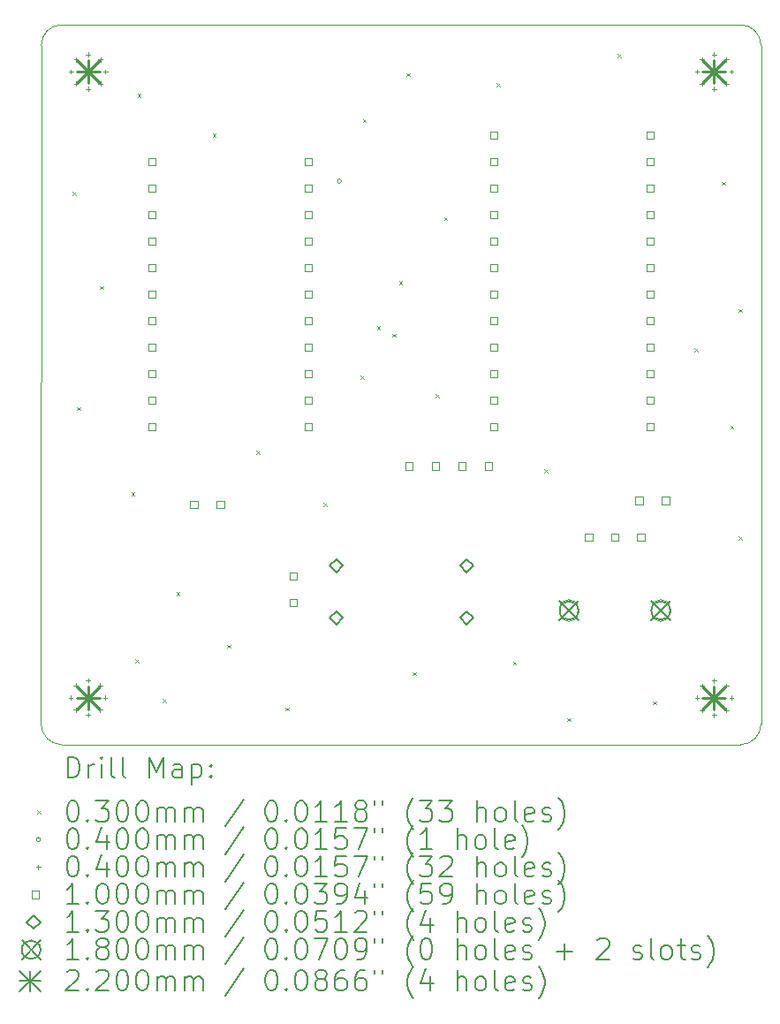
<source format=gbr>
%TF.GenerationSoftware,KiCad,Pcbnew,9.0.6*%
%TF.CreationDate,2025-12-10T15:06:57+01:00*%
%TF.ProjectId,floppyv3_expansion,666c6f70-7079-4763-935f-657870616e73,rev?*%
%TF.SameCoordinates,Original*%
%TF.FileFunction,Drillmap*%
%TF.FilePolarity,Positive*%
%FSLAX45Y45*%
G04 Gerber Fmt 4.5, Leading zero omitted, Abs format (unit mm)*
G04 Created by KiCad (PCBNEW 9.0.6) date 2025-12-10 15:06:57*
%MOMM*%
%LPD*%
G01*
G04 APERTURE LIST*
%ADD10C,0.100000*%
%ADD11C,0.200000*%
%ADD12C,0.130000*%
%ADD13C,0.180000*%
%ADD14C,0.220000*%
G04 APERTURE END LIST*
D10*
X8061421Y-6641421D02*
X8060000Y-13139919D01*
X14961421Y-13141424D02*
G75*
G02*
X14761421Y-13341421I-199991J-6D01*
G01*
X14761421Y-13341424D02*
X8259999Y-13339995D01*
X8061421Y-6641421D02*
G75*
G02*
X8261421Y-6441421I199999J1D01*
G01*
X8259999Y-13339995D02*
G75*
G02*
X8059995Y-13139919I1J200005D01*
G01*
X14761420Y-6441424D02*
X8261420Y-6441421D01*
X14761421Y-6441424D02*
G75*
G02*
X14961416Y-6641424I-1J-199996D01*
G01*
X14961421Y-13141424D02*
X14961421Y-6641424D01*
D11*
D10*
X8365000Y-8045000D02*
X8395000Y-8075000D01*
X8395000Y-8045000D02*
X8365000Y-8075000D01*
X8405000Y-10105000D02*
X8435000Y-10135000D01*
X8435000Y-10105000D02*
X8405000Y-10135000D01*
X8625000Y-8945000D02*
X8655000Y-8975000D01*
X8655000Y-8945000D02*
X8625000Y-8975000D01*
X8925000Y-10925000D02*
X8955000Y-10955000D01*
X8955000Y-10925000D02*
X8925000Y-10955000D01*
X8965000Y-12525000D02*
X8995000Y-12555000D01*
X8995000Y-12525000D02*
X8965000Y-12555000D01*
X8985000Y-7105000D02*
X9015000Y-7135000D01*
X9015000Y-7105000D02*
X8985000Y-7135000D01*
X9225000Y-12905000D02*
X9255000Y-12935000D01*
X9255000Y-12905000D02*
X9225000Y-12935000D01*
X9356000Y-11879000D02*
X9386000Y-11909000D01*
X9386000Y-11879000D02*
X9356000Y-11909000D01*
X9705000Y-7485000D02*
X9735000Y-7515000D01*
X9735000Y-7485000D02*
X9705000Y-7515000D01*
X9845000Y-12385000D02*
X9875000Y-12415000D01*
X9875000Y-12385000D02*
X9845000Y-12415000D01*
X10125000Y-10525000D02*
X10155000Y-10555000D01*
X10155000Y-10525000D02*
X10125000Y-10555000D01*
X10405000Y-12985000D02*
X10435000Y-13015000D01*
X10435000Y-12985000D02*
X10405000Y-13015000D01*
X10766000Y-11023000D02*
X10796000Y-11053000D01*
X10796000Y-11023000D02*
X10766000Y-11053000D01*
X11125000Y-9805000D02*
X11155000Y-9835000D01*
X11155000Y-9805000D02*
X11125000Y-9835000D01*
X11145000Y-7345000D02*
X11175000Y-7375000D01*
X11175000Y-7345000D02*
X11145000Y-7375000D01*
X11281000Y-9331000D02*
X11311000Y-9361000D01*
X11311000Y-9331000D02*
X11281000Y-9361000D01*
X11428000Y-9403000D02*
X11458000Y-9433000D01*
X11458000Y-9403000D02*
X11428000Y-9433000D01*
X11493000Y-8900000D02*
X11523000Y-8930000D01*
X11523000Y-8900000D02*
X11493000Y-8930000D01*
X11565000Y-6905000D02*
X11595000Y-6935000D01*
X11595000Y-6905000D02*
X11565000Y-6935000D01*
X11625000Y-12645000D02*
X11655000Y-12675000D01*
X11655000Y-12645000D02*
X11625000Y-12675000D01*
X11845000Y-9985000D02*
X11875000Y-10015000D01*
X11875000Y-9985000D02*
X11845000Y-10015000D01*
X11925000Y-8285000D02*
X11955000Y-8315000D01*
X11955000Y-8285000D02*
X11925000Y-8315000D01*
X12425000Y-7005000D02*
X12455000Y-7035000D01*
X12455000Y-7005000D02*
X12425000Y-7035000D01*
X12585000Y-12545000D02*
X12615000Y-12575000D01*
X12615000Y-12545000D02*
X12585000Y-12575000D01*
X12885000Y-10705000D02*
X12915000Y-10735000D01*
X12915000Y-10705000D02*
X12885000Y-10735000D01*
X13105000Y-13085000D02*
X13135000Y-13115000D01*
X13135000Y-13085000D02*
X13105000Y-13115000D01*
X13585000Y-6725000D02*
X13615000Y-6755000D01*
X13615000Y-6725000D02*
X13585000Y-6755000D01*
X13925000Y-12925000D02*
X13955000Y-12955000D01*
X13955000Y-12925000D02*
X13925000Y-12955000D01*
X14325000Y-9545000D02*
X14355000Y-9575000D01*
X14355000Y-9545000D02*
X14325000Y-9575000D01*
X14585000Y-7945000D02*
X14615000Y-7975000D01*
X14615000Y-7945000D02*
X14585000Y-7975000D01*
X14665000Y-10285000D02*
X14695000Y-10315000D01*
X14695000Y-10285000D02*
X14665000Y-10315000D01*
X14745000Y-9165000D02*
X14775000Y-9195000D01*
X14775000Y-9165000D02*
X14745000Y-9195000D01*
X14745000Y-11345000D02*
X14775000Y-11375000D01*
X14775000Y-11345000D02*
X14745000Y-11375000D01*
X10940000Y-7940000D02*
G75*
G02*
X10900000Y-7940000I-20000J0D01*
G01*
X10900000Y-7940000D02*
G75*
G02*
X10940000Y-7940000I20000J0D01*
G01*
X8344999Y-12869996D02*
X8344999Y-12909996D01*
X8324999Y-12889996D02*
X8364999Y-12889996D01*
X8346420Y-6871420D02*
X8346420Y-6911420D01*
X8326420Y-6891420D02*
X8366420Y-6891420D01*
X8393326Y-12753324D02*
X8393326Y-12793324D01*
X8373326Y-12773324D02*
X8413326Y-12773324D01*
X8393326Y-12986669D02*
X8393326Y-13026669D01*
X8373326Y-13006669D02*
X8413326Y-13006669D01*
X8394747Y-6754747D02*
X8394747Y-6794747D01*
X8374747Y-6774747D02*
X8414747Y-6774747D01*
X8394747Y-6988093D02*
X8394747Y-7028093D01*
X8374747Y-7008093D02*
X8414747Y-7008093D01*
X8509999Y-12704996D02*
X8509999Y-12744996D01*
X8489999Y-12724996D02*
X8529999Y-12724996D01*
X8509999Y-13034996D02*
X8509999Y-13074996D01*
X8489999Y-13054996D02*
X8529999Y-13054996D01*
X8511420Y-6706420D02*
X8511420Y-6746420D01*
X8491420Y-6726420D02*
X8531420Y-6726420D01*
X8511420Y-7036420D02*
X8511420Y-7076420D01*
X8491420Y-7056420D02*
X8531420Y-7056420D01*
X8626671Y-12753324D02*
X8626671Y-12793324D01*
X8606671Y-12773324D02*
X8646671Y-12773324D01*
X8626671Y-12986669D02*
X8626671Y-13026669D01*
X8606671Y-13006669D02*
X8646671Y-13006669D01*
X8628093Y-6754747D02*
X8628093Y-6794747D01*
X8608093Y-6774747D02*
X8648093Y-6774747D01*
X8628093Y-6988093D02*
X8628093Y-7028093D01*
X8608093Y-7008093D02*
X8648093Y-7008093D01*
X8674999Y-12869996D02*
X8674999Y-12909996D01*
X8654999Y-12889996D02*
X8694999Y-12889996D01*
X8676420Y-6871420D02*
X8676420Y-6911420D01*
X8656420Y-6891420D02*
X8696420Y-6891420D01*
X14346420Y-6871420D02*
X14346420Y-6911420D01*
X14326420Y-6891420D02*
X14366420Y-6891420D01*
X14346420Y-12871428D02*
X14346420Y-12911428D01*
X14326420Y-12891428D02*
X14366420Y-12891428D01*
X14394747Y-6754747D02*
X14394747Y-6794747D01*
X14374747Y-6774747D02*
X14414747Y-6774747D01*
X14394747Y-6988093D02*
X14394747Y-7028093D01*
X14374747Y-7008093D02*
X14414747Y-7008093D01*
X14394747Y-12754755D02*
X14394747Y-12794755D01*
X14374747Y-12774755D02*
X14414747Y-12774755D01*
X14394747Y-12988100D02*
X14394747Y-13028100D01*
X14374747Y-13008100D02*
X14414747Y-13008100D01*
X14511420Y-6706420D02*
X14511420Y-6746420D01*
X14491420Y-6726420D02*
X14531420Y-6726420D01*
X14511420Y-7036420D02*
X14511420Y-7076420D01*
X14491420Y-7056420D02*
X14531420Y-7056420D01*
X14511420Y-12706428D02*
X14511420Y-12746428D01*
X14491420Y-12726428D02*
X14531420Y-12726428D01*
X14511420Y-13036428D02*
X14511420Y-13076428D01*
X14491420Y-13056428D02*
X14531420Y-13056428D01*
X14628093Y-6754747D02*
X14628093Y-6794747D01*
X14608093Y-6774747D02*
X14648093Y-6774747D01*
X14628093Y-6988093D02*
X14628093Y-7028093D01*
X14608093Y-7008093D02*
X14648093Y-7008093D01*
X14628093Y-12754755D02*
X14628093Y-12794755D01*
X14608093Y-12774755D02*
X14648093Y-12774755D01*
X14628093Y-12988100D02*
X14628093Y-13028100D01*
X14608093Y-13008100D02*
X14648093Y-13008100D01*
X14676420Y-6871420D02*
X14676420Y-6911420D01*
X14656420Y-6891420D02*
X14696420Y-6891420D01*
X14676420Y-12871428D02*
X14676420Y-12911428D01*
X14656420Y-12891428D02*
X14696420Y-12891428D01*
X9158197Y-7791000D02*
X9158197Y-7720288D01*
X9087486Y-7720288D01*
X9087486Y-7791000D01*
X9158197Y-7791000D01*
X9158197Y-8045000D02*
X9158197Y-7974288D01*
X9087486Y-7974288D01*
X9087486Y-8045000D01*
X9158197Y-8045000D01*
X9158197Y-8299000D02*
X9158197Y-8228288D01*
X9087486Y-8228288D01*
X9087486Y-8299000D01*
X9158197Y-8299000D01*
X9158197Y-8553000D02*
X9158197Y-8482288D01*
X9087486Y-8482288D01*
X9087486Y-8553000D01*
X9158197Y-8553000D01*
X9158197Y-8807000D02*
X9158197Y-8736288D01*
X9087486Y-8736288D01*
X9087486Y-8807000D01*
X9158197Y-8807000D01*
X9158197Y-9061000D02*
X9158197Y-8990288D01*
X9087486Y-8990288D01*
X9087486Y-9061000D01*
X9158197Y-9061000D01*
X9158197Y-9315000D02*
X9158197Y-9244288D01*
X9087486Y-9244288D01*
X9087486Y-9315000D01*
X9158197Y-9315000D01*
X9158197Y-9569000D02*
X9158197Y-9498288D01*
X9087486Y-9498288D01*
X9087486Y-9569000D01*
X9158197Y-9569000D01*
X9158197Y-9823000D02*
X9158197Y-9752288D01*
X9087486Y-9752288D01*
X9087486Y-9823000D01*
X9158197Y-9823000D01*
X9158197Y-10077000D02*
X9158197Y-10006288D01*
X9087486Y-10006288D01*
X9087486Y-10077000D01*
X9158197Y-10077000D01*
X9158197Y-10331000D02*
X9158197Y-10260288D01*
X9087486Y-10260288D01*
X9087486Y-10331000D01*
X9158197Y-10331000D01*
X9559356Y-11075356D02*
X9559356Y-11004644D01*
X9488644Y-11004644D01*
X9488644Y-11075356D01*
X9559356Y-11075356D01*
X9813356Y-11075356D02*
X9813356Y-11004644D01*
X9742644Y-11004644D01*
X9742644Y-11075356D01*
X9813356Y-11075356D01*
X10515356Y-11761356D02*
X10515356Y-11690644D01*
X10444644Y-11690644D01*
X10444644Y-11761356D01*
X10515356Y-11761356D01*
X10515356Y-12015356D02*
X10515356Y-11944644D01*
X10444644Y-11944644D01*
X10444644Y-12015356D01*
X10515356Y-12015356D01*
X10658197Y-7791000D02*
X10658197Y-7720288D01*
X10587486Y-7720288D01*
X10587486Y-7791000D01*
X10658197Y-7791000D01*
X10658197Y-8045000D02*
X10658197Y-7974288D01*
X10587486Y-7974288D01*
X10587486Y-8045000D01*
X10658197Y-8045000D01*
X10658197Y-8299000D02*
X10658197Y-8228288D01*
X10587486Y-8228288D01*
X10587486Y-8299000D01*
X10658197Y-8299000D01*
X10658197Y-8553000D02*
X10658197Y-8482288D01*
X10587486Y-8482288D01*
X10587486Y-8553000D01*
X10658197Y-8553000D01*
X10658197Y-8807000D02*
X10658197Y-8736288D01*
X10587486Y-8736288D01*
X10587486Y-8807000D01*
X10658197Y-8807000D01*
X10658197Y-9061000D02*
X10658197Y-8990288D01*
X10587486Y-8990288D01*
X10587486Y-9061000D01*
X10658197Y-9061000D01*
X10658197Y-9315000D02*
X10658197Y-9244288D01*
X10587486Y-9244288D01*
X10587486Y-9315000D01*
X10658197Y-9315000D01*
X10658197Y-9569000D02*
X10658197Y-9498288D01*
X10587486Y-9498288D01*
X10587486Y-9569000D01*
X10658197Y-9569000D01*
X10658197Y-9823000D02*
X10658197Y-9752288D01*
X10587486Y-9752288D01*
X10587486Y-9823000D01*
X10658197Y-9823000D01*
X10658197Y-10077000D02*
X10658197Y-10006288D01*
X10587486Y-10006288D01*
X10587486Y-10077000D01*
X10658197Y-10077000D01*
X10658197Y-10331000D02*
X10658197Y-10260288D01*
X10587486Y-10260288D01*
X10587486Y-10331000D01*
X10658197Y-10331000D01*
X11624197Y-10705500D02*
X11624197Y-10634788D01*
X11553486Y-10634788D01*
X11553486Y-10705500D01*
X11624197Y-10705500D01*
X11878197Y-10705500D02*
X11878197Y-10634788D01*
X11807486Y-10634788D01*
X11807486Y-10705500D01*
X11878197Y-10705500D01*
X12132197Y-10705500D02*
X12132197Y-10634788D01*
X12061486Y-10634788D01*
X12061486Y-10705500D01*
X12132197Y-10705500D01*
X12386197Y-10705500D02*
X12386197Y-10634788D01*
X12315486Y-10634788D01*
X12315486Y-10705500D01*
X12386197Y-10705500D01*
X12436197Y-7537000D02*
X12436197Y-7466288D01*
X12365486Y-7466288D01*
X12365486Y-7537000D01*
X12436197Y-7537000D01*
X12436197Y-7791000D02*
X12436197Y-7720288D01*
X12365486Y-7720288D01*
X12365486Y-7791000D01*
X12436197Y-7791000D01*
X12436197Y-8045000D02*
X12436197Y-7974288D01*
X12365486Y-7974288D01*
X12365486Y-8045000D01*
X12436197Y-8045000D01*
X12436197Y-8299000D02*
X12436197Y-8228288D01*
X12365486Y-8228288D01*
X12365486Y-8299000D01*
X12436197Y-8299000D01*
X12436197Y-8553000D02*
X12436197Y-8482288D01*
X12365486Y-8482288D01*
X12365486Y-8553000D01*
X12436197Y-8553000D01*
X12436197Y-8807000D02*
X12436197Y-8736288D01*
X12365486Y-8736288D01*
X12365486Y-8807000D01*
X12436197Y-8807000D01*
X12436197Y-9061000D02*
X12436197Y-8990288D01*
X12365486Y-8990288D01*
X12365486Y-9061000D01*
X12436197Y-9061000D01*
X12436197Y-9315000D02*
X12436197Y-9244288D01*
X12365486Y-9244288D01*
X12365486Y-9315000D01*
X12436197Y-9315000D01*
X12436197Y-9569000D02*
X12436197Y-9498288D01*
X12365486Y-9498288D01*
X12365486Y-9569000D01*
X12436197Y-9569000D01*
X12436197Y-9823000D02*
X12436197Y-9752288D01*
X12365486Y-9752288D01*
X12365486Y-9823000D01*
X12436197Y-9823000D01*
X12436197Y-10077000D02*
X12436197Y-10006288D01*
X12365486Y-10006288D01*
X12365486Y-10077000D01*
X12436197Y-10077000D01*
X12436197Y-10331000D02*
X12436197Y-10260288D01*
X12365486Y-10260288D01*
X12365486Y-10331000D01*
X12436197Y-10331000D01*
X13345356Y-11390356D02*
X13345356Y-11319644D01*
X13274644Y-11319644D01*
X13274644Y-11390356D01*
X13345356Y-11390356D01*
X13595356Y-11390356D02*
X13595356Y-11319644D01*
X13524644Y-11319644D01*
X13524644Y-11390356D01*
X13595356Y-11390356D01*
X13827856Y-11035356D02*
X13827856Y-10964644D01*
X13757144Y-10964644D01*
X13757144Y-11035356D01*
X13827856Y-11035356D01*
X13845356Y-11390356D02*
X13845356Y-11319644D01*
X13774644Y-11319644D01*
X13774644Y-11390356D01*
X13845356Y-11390356D01*
X13936197Y-7537000D02*
X13936197Y-7466288D01*
X13865486Y-7466288D01*
X13865486Y-7537000D01*
X13936197Y-7537000D01*
X13936197Y-7791000D02*
X13936197Y-7720288D01*
X13865486Y-7720288D01*
X13865486Y-7791000D01*
X13936197Y-7791000D01*
X13936197Y-8045000D02*
X13936197Y-7974288D01*
X13865486Y-7974288D01*
X13865486Y-8045000D01*
X13936197Y-8045000D01*
X13936197Y-8299000D02*
X13936197Y-8228288D01*
X13865486Y-8228288D01*
X13865486Y-8299000D01*
X13936197Y-8299000D01*
X13936197Y-8553000D02*
X13936197Y-8482288D01*
X13865486Y-8482288D01*
X13865486Y-8553000D01*
X13936197Y-8553000D01*
X13936197Y-8807000D02*
X13936197Y-8736288D01*
X13865486Y-8736288D01*
X13865486Y-8807000D01*
X13936197Y-8807000D01*
X13936197Y-9061000D02*
X13936197Y-8990288D01*
X13865486Y-8990288D01*
X13865486Y-9061000D01*
X13936197Y-9061000D01*
X13936197Y-9315000D02*
X13936197Y-9244288D01*
X13865486Y-9244288D01*
X13865486Y-9315000D01*
X13936197Y-9315000D01*
X13936197Y-9569000D02*
X13936197Y-9498288D01*
X13865486Y-9498288D01*
X13865486Y-9569000D01*
X13936197Y-9569000D01*
X13936197Y-9823000D02*
X13936197Y-9752288D01*
X13865486Y-9752288D01*
X13865486Y-9823000D01*
X13936197Y-9823000D01*
X13936197Y-10077000D02*
X13936197Y-10006288D01*
X13865486Y-10006288D01*
X13865486Y-10077000D01*
X13936197Y-10077000D01*
X13936197Y-10331000D02*
X13936197Y-10260288D01*
X13865486Y-10260288D01*
X13865486Y-10331000D01*
X13936197Y-10331000D01*
X14081856Y-11035356D02*
X14081856Y-10964644D01*
X14011144Y-10964644D01*
X14011144Y-11035356D01*
X14081856Y-11035356D01*
D12*
X10890250Y-11691000D02*
X10955250Y-11626000D01*
X10890250Y-11561000D01*
X10825250Y-11626000D01*
X10890250Y-11691000D01*
X10890250Y-12191000D02*
X10955250Y-12126000D01*
X10890250Y-12061000D01*
X10825250Y-12126000D01*
X10890250Y-12191000D01*
X12140250Y-11691000D02*
X12205250Y-11626000D01*
X12140250Y-11561000D01*
X12075250Y-11626000D01*
X12140250Y-11691000D01*
X12140250Y-12191000D02*
X12205250Y-12126000D01*
X12140250Y-12061000D01*
X12075250Y-12126000D01*
X12140250Y-12191000D01*
D13*
X13030000Y-11965000D02*
X13210000Y-12145000D01*
X13210000Y-11965000D02*
X13030000Y-12145000D01*
X13210000Y-12055000D02*
G75*
G02*
X13030000Y-12055000I-90000J0D01*
G01*
X13030000Y-12055000D02*
G75*
G02*
X13210000Y-12055000I90000J0D01*
G01*
D10*
X13030000Y-12040000D02*
X13030000Y-12070000D01*
X13210000Y-12070000D02*
G75*
G02*
X13030000Y-12070000I-90000J0D01*
G01*
X13210000Y-12070000D02*
X13210000Y-12040000D01*
X13210000Y-12040000D02*
G75*
G03*
X13030000Y-12040000I-90000J0D01*
G01*
D13*
X13910000Y-11965000D02*
X14090000Y-12145000D01*
X14090000Y-11965000D02*
X13910000Y-12145000D01*
X14090000Y-12055000D02*
G75*
G02*
X13910000Y-12055000I-90000J0D01*
G01*
X13910000Y-12055000D02*
G75*
G02*
X14090000Y-12055000I90000J0D01*
G01*
D10*
X13910000Y-12040000D02*
X13910000Y-12070000D01*
X14090000Y-12070000D02*
G75*
G02*
X13910000Y-12070000I-90000J0D01*
G01*
X14090000Y-12070000D02*
X14090000Y-12040000D01*
X14090000Y-12040000D02*
G75*
G03*
X13910000Y-12040000I-90000J0D01*
G01*
D14*
X8399999Y-12779996D02*
X8619999Y-12999996D01*
X8619999Y-12779996D02*
X8399999Y-12999996D01*
X8509999Y-12779996D02*
X8509999Y-12999996D01*
X8399999Y-12889996D02*
X8619999Y-12889996D01*
X8401420Y-6781420D02*
X8621420Y-7001420D01*
X8621420Y-6781420D02*
X8401420Y-7001420D01*
X8511420Y-6781420D02*
X8511420Y-7001420D01*
X8401420Y-6891420D02*
X8621420Y-6891420D01*
X14401420Y-6781420D02*
X14621420Y-7001420D01*
X14621420Y-6781420D02*
X14401420Y-7001420D01*
X14511420Y-6781420D02*
X14511420Y-7001420D01*
X14401420Y-6891420D02*
X14621420Y-6891420D01*
X14401420Y-12781428D02*
X14621420Y-13001428D01*
X14621420Y-12781428D02*
X14401420Y-13001428D01*
X14511420Y-12781428D02*
X14511420Y-13001428D01*
X14401420Y-12891428D02*
X14621420Y-12891428D01*
D11*
X8315772Y-13657907D02*
X8315772Y-13457907D01*
X8315772Y-13457907D02*
X8363391Y-13457907D01*
X8363391Y-13457907D02*
X8391962Y-13467431D01*
X8391962Y-13467431D02*
X8411010Y-13486479D01*
X8411010Y-13486479D02*
X8420534Y-13505526D01*
X8420534Y-13505526D02*
X8430058Y-13543622D01*
X8430058Y-13543622D02*
X8430058Y-13572193D01*
X8430058Y-13572193D02*
X8420534Y-13610288D01*
X8420534Y-13610288D02*
X8411010Y-13629336D01*
X8411010Y-13629336D02*
X8391962Y-13648384D01*
X8391962Y-13648384D02*
X8363391Y-13657907D01*
X8363391Y-13657907D02*
X8315772Y-13657907D01*
X8515772Y-13657907D02*
X8515772Y-13524574D01*
X8515772Y-13562669D02*
X8525296Y-13543622D01*
X8525296Y-13543622D02*
X8534820Y-13534098D01*
X8534820Y-13534098D02*
X8553867Y-13524574D01*
X8553867Y-13524574D02*
X8572915Y-13524574D01*
X8639581Y-13657907D02*
X8639581Y-13524574D01*
X8639581Y-13457907D02*
X8630058Y-13467431D01*
X8630058Y-13467431D02*
X8639581Y-13476955D01*
X8639581Y-13476955D02*
X8649105Y-13467431D01*
X8649105Y-13467431D02*
X8639581Y-13457907D01*
X8639581Y-13457907D02*
X8639581Y-13476955D01*
X8763391Y-13657907D02*
X8744343Y-13648384D01*
X8744343Y-13648384D02*
X8734820Y-13629336D01*
X8734820Y-13629336D02*
X8734820Y-13457907D01*
X8868153Y-13657907D02*
X8849105Y-13648384D01*
X8849105Y-13648384D02*
X8839581Y-13629336D01*
X8839581Y-13629336D02*
X8839581Y-13457907D01*
X9096724Y-13657907D02*
X9096724Y-13457907D01*
X9096724Y-13457907D02*
X9163391Y-13600764D01*
X9163391Y-13600764D02*
X9230058Y-13457907D01*
X9230058Y-13457907D02*
X9230058Y-13657907D01*
X9411010Y-13657907D02*
X9411010Y-13553145D01*
X9411010Y-13553145D02*
X9401486Y-13534098D01*
X9401486Y-13534098D02*
X9382439Y-13524574D01*
X9382439Y-13524574D02*
X9344343Y-13524574D01*
X9344343Y-13524574D02*
X9325296Y-13534098D01*
X9411010Y-13648384D02*
X9391962Y-13657907D01*
X9391962Y-13657907D02*
X9344343Y-13657907D01*
X9344343Y-13657907D02*
X9325296Y-13648384D01*
X9325296Y-13648384D02*
X9315772Y-13629336D01*
X9315772Y-13629336D02*
X9315772Y-13610288D01*
X9315772Y-13610288D02*
X9325296Y-13591241D01*
X9325296Y-13591241D02*
X9344343Y-13581717D01*
X9344343Y-13581717D02*
X9391962Y-13581717D01*
X9391962Y-13581717D02*
X9411010Y-13572193D01*
X9506248Y-13524574D02*
X9506248Y-13724574D01*
X9506248Y-13534098D02*
X9525296Y-13524574D01*
X9525296Y-13524574D02*
X9563391Y-13524574D01*
X9563391Y-13524574D02*
X9582439Y-13534098D01*
X9582439Y-13534098D02*
X9591962Y-13543622D01*
X9591962Y-13543622D02*
X9601486Y-13562669D01*
X9601486Y-13562669D02*
X9601486Y-13619812D01*
X9601486Y-13619812D02*
X9591962Y-13638860D01*
X9591962Y-13638860D02*
X9582439Y-13648384D01*
X9582439Y-13648384D02*
X9563391Y-13657907D01*
X9563391Y-13657907D02*
X9525296Y-13657907D01*
X9525296Y-13657907D02*
X9506248Y-13648384D01*
X9687201Y-13638860D02*
X9696724Y-13648384D01*
X9696724Y-13648384D02*
X9687201Y-13657907D01*
X9687201Y-13657907D02*
X9677677Y-13648384D01*
X9677677Y-13648384D02*
X9687201Y-13638860D01*
X9687201Y-13638860D02*
X9687201Y-13657907D01*
X9687201Y-13534098D02*
X9696724Y-13543622D01*
X9696724Y-13543622D02*
X9687201Y-13553145D01*
X9687201Y-13553145D02*
X9677677Y-13543622D01*
X9677677Y-13543622D02*
X9687201Y-13534098D01*
X9687201Y-13534098D02*
X9687201Y-13553145D01*
D10*
X8024995Y-13971424D02*
X8054995Y-14001424D01*
X8054995Y-13971424D02*
X8024995Y-14001424D01*
D11*
X8353867Y-13877907D02*
X8372915Y-13877907D01*
X8372915Y-13877907D02*
X8391962Y-13887431D01*
X8391962Y-13887431D02*
X8401486Y-13896955D01*
X8401486Y-13896955D02*
X8411010Y-13916003D01*
X8411010Y-13916003D02*
X8420534Y-13954098D01*
X8420534Y-13954098D02*
X8420534Y-14001717D01*
X8420534Y-14001717D02*
X8411010Y-14039812D01*
X8411010Y-14039812D02*
X8401486Y-14058860D01*
X8401486Y-14058860D02*
X8391962Y-14068384D01*
X8391962Y-14068384D02*
X8372915Y-14077907D01*
X8372915Y-14077907D02*
X8353867Y-14077907D01*
X8353867Y-14077907D02*
X8334819Y-14068384D01*
X8334819Y-14068384D02*
X8325296Y-14058860D01*
X8325296Y-14058860D02*
X8315772Y-14039812D01*
X8315772Y-14039812D02*
X8306248Y-14001717D01*
X8306248Y-14001717D02*
X8306248Y-13954098D01*
X8306248Y-13954098D02*
X8315772Y-13916003D01*
X8315772Y-13916003D02*
X8325296Y-13896955D01*
X8325296Y-13896955D02*
X8334819Y-13887431D01*
X8334819Y-13887431D02*
X8353867Y-13877907D01*
X8506248Y-14058860D02*
X8515772Y-14068384D01*
X8515772Y-14068384D02*
X8506248Y-14077907D01*
X8506248Y-14077907D02*
X8496724Y-14068384D01*
X8496724Y-14068384D02*
X8506248Y-14058860D01*
X8506248Y-14058860D02*
X8506248Y-14077907D01*
X8582439Y-13877907D02*
X8706248Y-13877907D01*
X8706248Y-13877907D02*
X8639581Y-13954098D01*
X8639581Y-13954098D02*
X8668153Y-13954098D01*
X8668153Y-13954098D02*
X8687201Y-13963622D01*
X8687201Y-13963622D02*
X8696724Y-13973145D01*
X8696724Y-13973145D02*
X8706248Y-13992193D01*
X8706248Y-13992193D02*
X8706248Y-14039812D01*
X8706248Y-14039812D02*
X8696724Y-14058860D01*
X8696724Y-14058860D02*
X8687201Y-14068384D01*
X8687201Y-14068384D02*
X8668153Y-14077907D01*
X8668153Y-14077907D02*
X8611010Y-14077907D01*
X8611010Y-14077907D02*
X8591962Y-14068384D01*
X8591962Y-14068384D02*
X8582439Y-14058860D01*
X8830058Y-13877907D02*
X8849105Y-13877907D01*
X8849105Y-13877907D02*
X8868153Y-13887431D01*
X8868153Y-13887431D02*
X8877677Y-13896955D01*
X8877677Y-13896955D02*
X8887201Y-13916003D01*
X8887201Y-13916003D02*
X8896724Y-13954098D01*
X8896724Y-13954098D02*
X8896724Y-14001717D01*
X8896724Y-14001717D02*
X8887201Y-14039812D01*
X8887201Y-14039812D02*
X8877677Y-14058860D01*
X8877677Y-14058860D02*
X8868153Y-14068384D01*
X8868153Y-14068384D02*
X8849105Y-14077907D01*
X8849105Y-14077907D02*
X8830058Y-14077907D01*
X8830058Y-14077907D02*
X8811010Y-14068384D01*
X8811010Y-14068384D02*
X8801486Y-14058860D01*
X8801486Y-14058860D02*
X8791962Y-14039812D01*
X8791962Y-14039812D02*
X8782439Y-14001717D01*
X8782439Y-14001717D02*
X8782439Y-13954098D01*
X8782439Y-13954098D02*
X8791962Y-13916003D01*
X8791962Y-13916003D02*
X8801486Y-13896955D01*
X8801486Y-13896955D02*
X8811010Y-13887431D01*
X8811010Y-13887431D02*
X8830058Y-13877907D01*
X9020534Y-13877907D02*
X9039582Y-13877907D01*
X9039582Y-13877907D02*
X9058629Y-13887431D01*
X9058629Y-13887431D02*
X9068153Y-13896955D01*
X9068153Y-13896955D02*
X9077677Y-13916003D01*
X9077677Y-13916003D02*
X9087201Y-13954098D01*
X9087201Y-13954098D02*
X9087201Y-14001717D01*
X9087201Y-14001717D02*
X9077677Y-14039812D01*
X9077677Y-14039812D02*
X9068153Y-14058860D01*
X9068153Y-14058860D02*
X9058629Y-14068384D01*
X9058629Y-14068384D02*
X9039582Y-14077907D01*
X9039582Y-14077907D02*
X9020534Y-14077907D01*
X9020534Y-14077907D02*
X9001486Y-14068384D01*
X9001486Y-14068384D02*
X8991962Y-14058860D01*
X8991962Y-14058860D02*
X8982439Y-14039812D01*
X8982439Y-14039812D02*
X8972915Y-14001717D01*
X8972915Y-14001717D02*
X8972915Y-13954098D01*
X8972915Y-13954098D02*
X8982439Y-13916003D01*
X8982439Y-13916003D02*
X8991962Y-13896955D01*
X8991962Y-13896955D02*
X9001486Y-13887431D01*
X9001486Y-13887431D02*
X9020534Y-13877907D01*
X9172915Y-14077907D02*
X9172915Y-13944574D01*
X9172915Y-13963622D02*
X9182439Y-13954098D01*
X9182439Y-13954098D02*
X9201486Y-13944574D01*
X9201486Y-13944574D02*
X9230058Y-13944574D01*
X9230058Y-13944574D02*
X9249105Y-13954098D01*
X9249105Y-13954098D02*
X9258629Y-13973145D01*
X9258629Y-13973145D02*
X9258629Y-14077907D01*
X9258629Y-13973145D02*
X9268153Y-13954098D01*
X9268153Y-13954098D02*
X9287201Y-13944574D01*
X9287201Y-13944574D02*
X9315772Y-13944574D01*
X9315772Y-13944574D02*
X9334820Y-13954098D01*
X9334820Y-13954098D02*
X9344343Y-13973145D01*
X9344343Y-13973145D02*
X9344343Y-14077907D01*
X9439582Y-14077907D02*
X9439582Y-13944574D01*
X9439582Y-13963622D02*
X9449105Y-13954098D01*
X9449105Y-13954098D02*
X9468153Y-13944574D01*
X9468153Y-13944574D02*
X9496724Y-13944574D01*
X9496724Y-13944574D02*
X9515772Y-13954098D01*
X9515772Y-13954098D02*
X9525296Y-13973145D01*
X9525296Y-13973145D02*
X9525296Y-14077907D01*
X9525296Y-13973145D02*
X9534820Y-13954098D01*
X9534820Y-13954098D02*
X9553867Y-13944574D01*
X9553867Y-13944574D02*
X9582439Y-13944574D01*
X9582439Y-13944574D02*
X9601486Y-13954098D01*
X9601486Y-13954098D02*
X9611010Y-13973145D01*
X9611010Y-13973145D02*
X9611010Y-14077907D01*
X10001486Y-13868384D02*
X9830058Y-14125526D01*
X10258629Y-13877907D02*
X10277677Y-13877907D01*
X10277677Y-13877907D02*
X10296725Y-13887431D01*
X10296725Y-13887431D02*
X10306248Y-13896955D01*
X10306248Y-13896955D02*
X10315772Y-13916003D01*
X10315772Y-13916003D02*
X10325296Y-13954098D01*
X10325296Y-13954098D02*
X10325296Y-14001717D01*
X10325296Y-14001717D02*
X10315772Y-14039812D01*
X10315772Y-14039812D02*
X10306248Y-14058860D01*
X10306248Y-14058860D02*
X10296725Y-14068384D01*
X10296725Y-14068384D02*
X10277677Y-14077907D01*
X10277677Y-14077907D02*
X10258629Y-14077907D01*
X10258629Y-14077907D02*
X10239582Y-14068384D01*
X10239582Y-14068384D02*
X10230058Y-14058860D01*
X10230058Y-14058860D02*
X10220534Y-14039812D01*
X10220534Y-14039812D02*
X10211010Y-14001717D01*
X10211010Y-14001717D02*
X10211010Y-13954098D01*
X10211010Y-13954098D02*
X10220534Y-13916003D01*
X10220534Y-13916003D02*
X10230058Y-13896955D01*
X10230058Y-13896955D02*
X10239582Y-13887431D01*
X10239582Y-13887431D02*
X10258629Y-13877907D01*
X10411010Y-14058860D02*
X10420534Y-14068384D01*
X10420534Y-14068384D02*
X10411010Y-14077907D01*
X10411010Y-14077907D02*
X10401486Y-14068384D01*
X10401486Y-14068384D02*
X10411010Y-14058860D01*
X10411010Y-14058860D02*
X10411010Y-14077907D01*
X10544344Y-13877907D02*
X10563391Y-13877907D01*
X10563391Y-13877907D02*
X10582439Y-13887431D01*
X10582439Y-13887431D02*
X10591963Y-13896955D01*
X10591963Y-13896955D02*
X10601486Y-13916003D01*
X10601486Y-13916003D02*
X10611010Y-13954098D01*
X10611010Y-13954098D02*
X10611010Y-14001717D01*
X10611010Y-14001717D02*
X10601486Y-14039812D01*
X10601486Y-14039812D02*
X10591963Y-14058860D01*
X10591963Y-14058860D02*
X10582439Y-14068384D01*
X10582439Y-14068384D02*
X10563391Y-14077907D01*
X10563391Y-14077907D02*
X10544344Y-14077907D01*
X10544344Y-14077907D02*
X10525296Y-14068384D01*
X10525296Y-14068384D02*
X10515772Y-14058860D01*
X10515772Y-14058860D02*
X10506248Y-14039812D01*
X10506248Y-14039812D02*
X10496725Y-14001717D01*
X10496725Y-14001717D02*
X10496725Y-13954098D01*
X10496725Y-13954098D02*
X10506248Y-13916003D01*
X10506248Y-13916003D02*
X10515772Y-13896955D01*
X10515772Y-13896955D02*
X10525296Y-13887431D01*
X10525296Y-13887431D02*
X10544344Y-13877907D01*
X10801486Y-14077907D02*
X10687201Y-14077907D01*
X10744344Y-14077907D02*
X10744344Y-13877907D01*
X10744344Y-13877907D02*
X10725296Y-13906479D01*
X10725296Y-13906479D02*
X10706248Y-13925526D01*
X10706248Y-13925526D02*
X10687201Y-13935050D01*
X10991963Y-14077907D02*
X10877677Y-14077907D01*
X10934820Y-14077907D02*
X10934820Y-13877907D01*
X10934820Y-13877907D02*
X10915772Y-13906479D01*
X10915772Y-13906479D02*
X10896725Y-13925526D01*
X10896725Y-13925526D02*
X10877677Y-13935050D01*
X11106248Y-13963622D02*
X11087201Y-13954098D01*
X11087201Y-13954098D02*
X11077677Y-13944574D01*
X11077677Y-13944574D02*
X11068153Y-13925526D01*
X11068153Y-13925526D02*
X11068153Y-13916003D01*
X11068153Y-13916003D02*
X11077677Y-13896955D01*
X11077677Y-13896955D02*
X11087201Y-13887431D01*
X11087201Y-13887431D02*
X11106248Y-13877907D01*
X11106248Y-13877907D02*
X11144344Y-13877907D01*
X11144344Y-13877907D02*
X11163391Y-13887431D01*
X11163391Y-13887431D02*
X11172915Y-13896955D01*
X11172915Y-13896955D02*
X11182439Y-13916003D01*
X11182439Y-13916003D02*
X11182439Y-13925526D01*
X11182439Y-13925526D02*
X11172915Y-13944574D01*
X11172915Y-13944574D02*
X11163391Y-13954098D01*
X11163391Y-13954098D02*
X11144344Y-13963622D01*
X11144344Y-13963622D02*
X11106248Y-13963622D01*
X11106248Y-13963622D02*
X11087201Y-13973145D01*
X11087201Y-13973145D02*
X11077677Y-13982669D01*
X11077677Y-13982669D02*
X11068153Y-14001717D01*
X11068153Y-14001717D02*
X11068153Y-14039812D01*
X11068153Y-14039812D02*
X11077677Y-14058860D01*
X11077677Y-14058860D02*
X11087201Y-14068384D01*
X11087201Y-14068384D02*
X11106248Y-14077907D01*
X11106248Y-14077907D02*
X11144344Y-14077907D01*
X11144344Y-14077907D02*
X11163391Y-14068384D01*
X11163391Y-14068384D02*
X11172915Y-14058860D01*
X11172915Y-14058860D02*
X11182439Y-14039812D01*
X11182439Y-14039812D02*
X11182439Y-14001717D01*
X11182439Y-14001717D02*
X11172915Y-13982669D01*
X11172915Y-13982669D02*
X11163391Y-13973145D01*
X11163391Y-13973145D02*
X11144344Y-13963622D01*
X11258629Y-13877907D02*
X11258629Y-13916003D01*
X11334820Y-13877907D02*
X11334820Y-13916003D01*
X11630058Y-14154098D02*
X11620534Y-14144574D01*
X11620534Y-14144574D02*
X11601486Y-14116003D01*
X11601486Y-14116003D02*
X11591963Y-14096955D01*
X11591963Y-14096955D02*
X11582439Y-14068384D01*
X11582439Y-14068384D02*
X11572915Y-14020764D01*
X11572915Y-14020764D02*
X11572915Y-13982669D01*
X11572915Y-13982669D02*
X11582439Y-13935050D01*
X11582439Y-13935050D02*
X11591963Y-13906479D01*
X11591963Y-13906479D02*
X11601486Y-13887431D01*
X11601486Y-13887431D02*
X11620534Y-13858860D01*
X11620534Y-13858860D02*
X11630058Y-13849336D01*
X11687201Y-13877907D02*
X11811010Y-13877907D01*
X11811010Y-13877907D02*
X11744344Y-13954098D01*
X11744344Y-13954098D02*
X11772915Y-13954098D01*
X11772915Y-13954098D02*
X11791963Y-13963622D01*
X11791963Y-13963622D02*
X11801486Y-13973145D01*
X11801486Y-13973145D02*
X11811010Y-13992193D01*
X11811010Y-13992193D02*
X11811010Y-14039812D01*
X11811010Y-14039812D02*
X11801486Y-14058860D01*
X11801486Y-14058860D02*
X11791963Y-14068384D01*
X11791963Y-14068384D02*
X11772915Y-14077907D01*
X11772915Y-14077907D02*
X11715772Y-14077907D01*
X11715772Y-14077907D02*
X11696725Y-14068384D01*
X11696725Y-14068384D02*
X11687201Y-14058860D01*
X11877677Y-13877907D02*
X12001486Y-13877907D01*
X12001486Y-13877907D02*
X11934820Y-13954098D01*
X11934820Y-13954098D02*
X11963391Y-13954098D01*
X11963391Y-13954098D02*
X11982439Y-13963622D01*
X11982439Y-13963622D02*
X11991963Y-13973145D01*
X11991963Y-13973145D02*
X12001486Y-13992193D01*
X12001486Y-13992193D02*
X12001486Y-14039812D01*
X12001486Y-14039812D02*
X11991963Y-14058860D01*
X11991963Y-14058860D02*
X11982439Y-14068384D01*
X11982439Y-14068384D02*
X11963391Y-14077907D01*
X11963391Y-14077907D02*
X11906248Y-14077907D01*
X11906248Y-14077907D02*
X11887201Y-14068384D01*
X11887201Y-14068384D02*
X11877677Y-14058860D01*
X12239582Y-14077907D02*
X12239582Y-13877907D01*
X12325296Y-14077907D02*
X12325296Y-13973145D01*
X12325296Y-13973145D02*
X12315772Y-13954098D01*
X12315772Y-13954098D02*
X12296725Y-13944574D01*
X12296725Y-13944574D02*
X12268153Y-13944574D01*
X12268153Y-13944574D02*
X12249106Y-13954098D01*
X12249106Y-13954098D02*
X12239582Y-13963622D01*
X12449106Y-14077907D02*
X12430058Y-14068384D01*
X12430058Y-14068384D02*
X12420534Y-14058860D01*
X12420534Y-14058860D02*
X12411010Y-14039812D01*
X12411010Y-14039812D02*
X12411010Y-13982669D01*
X12411010Y-13982669D02*
X12420534Y-13963622D01*
X12420534Y-13963622D02*
X12430058Y-13954098D01*
X12430058Y-13954098D02*
X12449106Y-13944574D01*
X12449106Y-13944574D02*
X12477677Y-13944574D01*
X12477677Y-13944574D02*
X12496725Y-13954098D01*
X12496725Y-13954098D02*
X12506248Y-13963622D01*
X12506248Y-13963622D02*
X12515772Y-13982669D01*
X12515772Y-13982669D02*
X12515772Y-14039812D01*
X12515772Y-14039812D02*
X12506248Y-14058860D01*
X12506248Y-14058860D02*
X12496725Y-14068384D01*
X12496725Y-14068384D02*
X12477677Y-14077907D01*
X12477677Y-14077907D02*
X12449106Y-14077907D01*
X12630058Y-14077907D02*
X12611010Y-14068384D01*
X12611010Y-14068384D02*
X12601487Y-14049336D01*
X12601487Y-14049336D02*
X12601487Y-13877907D01*
X12782439Y-14068384D02*
X12763391Y-14077907D01*
X12763391Y-14077907D02*
X12725296Y-14077907D01*
X12725296Y-14077907D02*
X12706248Y-14068384D01*
X12706248Y-14068384D02*
X12696725Y-14049336D01*
X12696725Y-14049336D02*
X12696725Y-13973145D01*
X12696725Y-13973145D02*
X12706248Y-13954098D01*
X12706248Y-13954098D02*
X12725296Y-13944574D01*
X12725296Y-13944574D02*
X12763391Y-13944574D01*
X12763391Y-13944574D02*
X12782439Y-13954098D01*
X12782439Y-13954098D02*
X12791963Y-13973145D01*
X12791963Y-13973145D02*
X12791963Y-13992193D01*
X12791963Y-13992193D02*
X12696725Y-14011241D01*
X12868153Y-14068384D02*
X12887201Y-14077907D01*
X12887201Y-14077907D02*
X12925296Y-14077907D01*
X12925296Y-14077907D02*
X12944344Y-14068384D01*
X12944344Y-14068384D02*
X12953868Y-14049336D01*
X12953868Y-14049336D02*
X12953868Y-14039812D01*
X12953868Y-14039812D02*
X12944344Y-14020764D01*
X12944344Y-14020764D02*
X12925296Y-14011241D01*
X12925296Y-14011241D02*
X12896725Y-14011241D01*
X12896725Y-14011241D02*
X12877677Y-14001717D01*
X12877677Y-14001717D02*
X12868153Y-13982669D01*
X12868153Y-13982669D02*
X12868153Y-13973145D01*
X12868153Y-13973145D02*
X12877677Y-13954098D01*
X12877677Y-13954098D02*
X12896725Y-13944574D01*
X12896725Y-13944574D02*
X12925296Y-13944574D01*
X12925296Y-13944574D02*
X12944344Y-13954098D01*
X13020534Y-14154098D02*
X13030058Y-14144574D01*
X13030058Y-14144574D02*
X13049106Y-14116003D01*
X13049106Y-14116003D02*
X13058629Y-14096955D01*
X13058629Y-14096955D02*
X13068153Y-14068384D01*
X13068153Y-14068384D02*
X13077677Y-14020764D01*
X13077677Y-14020764D02*
X13077677Y-13982669D01*
X13077677Y-13982669D02*
X13068153Y-13935050D01*
X13068153Y-13935050D02*
X13058629Y-13906479D01*
X13058629Y-13906479D02*
X13049106Y-13887431D01*
X13049106Y-13887431D02*
X13030058Y-13858860D01*
X13030058Y-13858860D02*
X13020534Y-13849336D01*
D10*
X8054995Y-14250424D02*
G75*
G02*
X8014995Y-14250424I-20000J0D01*
G01*
X8014995Y-14250424D02*
G75*
G02*
X8054995Y-14250424I20000J0D01*
G01*
D11*
X8353867Y-14141907D02*
X8372915Y-14141907D01*
X8372915Y-14141907D02*
X8391962Y-14151431D01*
X8391962Y-14151431D02*
X8401486Y-14160955D01*
X8401486Y-14160955D02*
X8411010Y-14180003D01*
X8411010Y-14180003D02*
X8420534Y-14218098D01*
X8420534Y-14218098D02*
X8420534Y-14265717D01*
X8420534Y-14265717D02*
X8411010Y-14303812D01*
X8411010Y-14303812D02*
X8401486Y-14322860D01*
X8401486Y-14322860D02*
X8391962Y-14332384D01*
X8391962Y-14332384D02*
X8372915Y-14341907D01*
X8372915Y-14341907D02*
X8353867Y-14341907D01*
X8353867Y-14341907D02*
X8334819Y-14332384D01*
X8334819Y-14332384D02*
X8325296Y-14322860D01*
X8325296Y-14322860D02*
X8315772Y-14303812D01*
X8315772Y-14303812D02*
X8306248Y-14265717D01*
X8306248Y-14265717D02*
X8306248Y-14218098D01*
X8306248Y-14218098D02*
X8315772Y-14180003D01*
X8315772Y-14180003D02*
X8325296Y-14160955D01*
X8325296Y-14160955D02*
X8334819Y-14151431D01*
X8334819Y-14151431D02*
X8353867Y-14141907D01*
X8506248Y-14322860D02*
X8515772Y-14332384D01*
X8515772Y-14332384D02*
X8506248Y-14341907D01*
X8506248Y-14341907D02*
X8496724Y-14332384D01*
X8496724Y-14332384D02*
X8506248Y-14322860D01*
X8506248Y-14322860D02*
X8506248Y-14341907D01*
X8687201Y-14208574D02*
X8687201Y-14341907D01*
X8639581Y-14132384D02*
X8591962Y-14275241D01*
X8591962Y-14275241D02*
X8715772Y-14275241D01*
X8830058Y-14141907D02*
X8849105Y-14141907D01*
X8849105Y-14141907D02*
X8868153Y-14151431D01*
X8868153Y-14151431D02*
X8877677Y-14160955D01*
X8877677Y-14160955D02*
X8887201Y-14180003D01*
X8887201Y-14180003D02*
X8896724Y-14218098D01*
X8896724Y-14218098D02*
X8896724Y-14265717D01*
X8896724Y-14265717D02*
X8887201Y-14303812D01*
X8887201Y-14303812D02*
X8877677Y-14322860D01*
X8877677Y-14322860D02*
X8868153Y-14332384D01*
X8868153Y-14332384D02*
X8849105Y-14341907D01*
X8849105Y-14341907D02*
X8830058Y-14341907D01*
X8830058Y-14341907D02*
X8811010Y-14332384D01*
X8811010Y-14332384D02*
X8801486Y-14322860D01*
X8801486Y-14322860D02*
X8791962Y-14303812D01*
X8791962Y-14303812D02*
X8782439Y-14265717D01*
X8782439Y-14265717D02*
X8782439Y-14218098D01*
X8782439Y-14218098D02*
X8791962Y-14180003D01*
X8791962Y-14180003D02*
X8801486Y-14160955D01*
X8801486Y-14160955D02*
X8811010Y-14151431D01*
X8811010Y-14151431D02*
X8830058Y-14141907D01*
X9020534Y-14141907D02*
X9039582Y-14141907D01*
X9039582Y-14141907D02*
X9058629Y-14151431D01*
X9058629Y-14151431D02*
X9068153Y-14160955D01*
X9068153Y-14160955D02*
X9077677Y-14180003D01*
X9077677Y-14180003D02*
X9087201Y-14218098D01*
X9087201Y-14218098D02*
X9087201Y-14265717D01*
X9087201Y-14265717D02*
X9077677Y-14303812D01*
X9077677Y-14303812D02*
X9068153Y-14322860D01*
X9068153Y-14322860D02*
X9058629Y-14332384D01*
X9058629Y-14332384D02*
X9039582Y-14341907D01*
X9039582Y-14341907D02*
X9020534Y-14341907D01*
X9020534Y-14341907D02*
X9001486Y-14332384D01*
X9001486Y-14332384D02*
X8991962Y-14322860D01*
X8991962Y-14322860D02*
X8982439Y-14303812D01*
X8982439Y-14303812D02*
X8972915Y-14265717D01*
X8972915Y-14265717D02*
X8972915Y-14218098D01*
X8972915Y-14218098D02*
X8982439Y-14180003D01*
X8982439Y-14180003D02*
X8991962Y-14160955D01*
X8991962Y-14160955D02*
X9001486Y-14151431D01*
X9001486Y-14151431D02*
X9020534Y-14141907D01*
X9172915Y-14341907D02*
X9172915Y-14208574D01*
X9172915Y-14227622D02*
X9182439Y-14218098D01*
X9182439Y-14218098D02*
X9201486Y-14208574D01*
X9201486Y-14208574D02*
X9230058Y-14208574D01*
X9230058Y-14208574D02*
X9249105Y-14218098D01*
X9249105Y-14218098D02*
X9258629Y-14237145D01*
X9258629Y-14237145D02*
X9258629Y-14341907D01*
X9258629Y-14237145D02*
X9268153Y-14218098D01*
X9268153Y-14218098D02*
X9287201Y-14208574D01*
X9287201Y-14208574D02*
X9315772Y-14208574D01*
X9315772Y-14208574D02*
X9334820Y-14218098D01*
X9334820Y-14218098D02*
X9344343Y-14237145D01*
X9344343Y-14237145D02*
X9344343Y-14341907D01*
X9439582Y-14341907D02*
X9439582Y-14208574D01*
X9439582Y-14227622D02*
X9449105Y-14218098D01*
X9449105Y-14218098D02*
X9468153Y-14208574D01*
X9468153Y-14208574D02*
X9496724Y-14208574D01*
X9496724Y-14208574D02*
X9515772Y-14218098D01*
X9515772Y-14218098D02*
X9525296Y-14237145D01*
X9525296Y-14237145D02*
X9525296Y-14341907D01*
X9525296Y-14237145D02*
X9534820Y-14218098D01*
X9534820Y-14218098D02*
X9553867Y-14208574D01*
X9553867Y-14208574D02*
X9582439Y-14208574D01*
X9582439Y-14208574D02*
X9601486Y-14218098D01*
X9601486Y-14218098D02*
X9611010Y-14237145D01*
X9611010Y-14237145D02*
X9611010Y-14341907D01*
X10001486Y-14132384D02*
X9830058Y-14389526D01*
X10258629Y-14141907D02*
X10277677Y-14141907D01*
X10277677Y-14141907D02*
X10296725Y-14151431D01*
X10296725Y-14151431D02*
X10306248Y-14160955D01*
X10306248Y-14160955D02*
X10315772Y-14180003D01*
X10315772Y-14180003D02*
X10325296Y-14218098D01*
X10325296Y-14218098D02*
X10325296Y-14265717D01*
X10325296Y-14265717D02*
X10315772Y-14303812D01*
X10315772Y-14303812D02*
X10306248Y-14322860D01*
X10306248Y-14322860D02*
X10296725Y-14332384D01*
X10296725Y-14332384D02*
X10277677Y-14341907D01*
X10277677Y-14341907D02*
X10258629Y-14341907D01*
X10258629Y-14341907D02*
X10239582Y-14332384D01*
X10239582Y-14332384D02*
X10230058Y-14322860D01*
X10230058Y-14322860D02*
X10220534Y-14303812D01*
X10220534Y-14303812D02*
X10211010Y-14265717D01*
X10211010Y-14265717D02*
X10211010Y-14218098D01*
X10211010Y-14218098D02*
X10220534Y-14180003D01*
X10220534Y-14180003D02*
X10230058Y-14160955D01*
X10230058Y-14160955D02*
X10239582Y-14151431D01*
X10239582Y-14151431D02*
X10258629Y-14141907D01*
X10411010Y-14322860D02*
X10420534Y-14332384D01*
X10420534Y-14332384D02*
X10411010Y-14341907D01*
X10411010Y-14341907D02*
X10401486Y-14332384D01*
X10401486Y-14332384D02*
X10411010Y-14322860D01*
X10411010Y-14322860D02*
X10411010Y-14341907D01*
X10544344Y-14141907D02*
X10563391Y-14141907D01*
X10563391Y-14141907D02*
X10582439Y-14151431D01*
X10582439Y-14151431D02*
X10591963Y-14160955D01*
X10591963Y-14160955D02*
X10601486Y-14180003D01*
X10601486Y-14180003D02*
X10611010Y-14218098D01*
X10611010Y-14218098D02*
X10611010Y-14265717D01*
X10611010Y-14265717D02*
X10601486Y-14303812D01*
X10601486Y-14303812D02*
X10591963Y-14322860D01*
X10591963Y-14322860D02*
X10582439Y-14332384D01*
X10582439Y-14332384D02*
X10563391Y-14341907D01*
X10563391Y-14341907D02*
X10544344Y-14341907D01*
X10544344Y-14341907D02*
X10525296Y-14332384D01*
X10525296Y-14332384D02*
X10515772Y-14322860D01*
X10515772Y-14322860D02*
X10506248Y-14303812D01*
X10506248Y-14303812D02*
X10496725Y-14265717D01*
X10496725Y-14265717D02*
X10496725Y-14218098D01*
X10496725Y-14218098D02*
X10506248Y-14180003D01*
X10506248Y-14180003D02*
X10515772Y-14160955D01*
X10515772Y-14160955D02*
X10525296Y-14151431D01*
X10525296Y-14151431D02*
X10544344Y-14141907D01*
X10801486Y-14341907D02*
X10687201Y-14341907D01*
X10744344Y-14341907D02*
X10744344Y-14141907D01*
X10744344Y-14141907D02*
X10725296Y-14170479D01*
X10725296Y-14170479D02*
X10706248Y-14189526D01*
X10706248Y-14189526D02*
X10687201Y-14199050D01*
X10982439Y-14141907D02*
X10887201Y-14141907D01*
X10887201Y-14141907D02*
X10877677Y-14237145D01*
X10877677Y-14237145D02*
X10887201Y-14227622D01*
X10887201Y-14227622D02*
X10906248Y-14218098D01*
X10906248Y-14218098D02*
X10953867Y-14218098D01*
X10953867Y-14218098D02*
X10972915Y-14227622D01*
X10972915Y-14227622D02*
X10982439Y-14237145D01*
X10982439Y-14237145D02*
X10991963Y-14256193D01*
X10991963Y-14256193D02*
X10991963Y-14303812D01*
X10991963Y-14303812D02*
X10982439Y-14322860D01*
X10982439Y-14322860D02*
X10972915Y-14332384D01*
X10972915Y-14332384D02*
X10953867Y-14341907D01*
X10953867Y-14341907D02*
X10906248Y-14341907D01*
X10906248Y-14341907D02*
X10887201Y-14332384D01*
X10887201Y-14332384D02*
X10877677Y-14322860D01*
X11058629Y-14141907D02*
X11191963Y-14141907D01*
X11191963Y-14141907D02*
X11106248Y-14341907D01*
X11258629Y-14141907D02*
X11258629Y-14180003D01*
X11334820Y-14141907D02*
X11334820Y-14180003D01*
X11630058Y-14418098D02*
X11620534Y-14408574D01*
X11620534Y-14408574D02*
X11601486Y-14380003D01*
X11601486Y-14380003D02*
X11591963Y-14360955D01*
X11591963Y-14360955D02*
X11582439Y-14332384D01*
X11582439Y-14332384D02*
X11572915Y-14284764D01*
X11572915Y-14284764D02*
X11572915Y-14246669D01*
X11572915Y-14246669D02*
X11582439Y-14199050D01*
X11582439Y-14199050D02*
X11591963Y-14170479D01*
X11591963Y-14170479D02*
X11601486Y-14151431D01*
X11601486Y-14151431D02*
X11620534Y-14122860D01*
X11620534Y-14122860D02*
X11630058Y-14113336D01*
X11811010Y-14341907D02*
X11696725Y-14341907D01*
X11753867Y-14341907D02*
X11753867Y-14141907D01*
X11753867Y-14141907D02*
X11734820Y-14170479D01*
X11734820Y-14170479D02*
X11715772Y-14189526D01*
X11715772Y-14189526D02*
X11696725Y-14199050D01*
X12049106Y-14341907D02*
X12049106Y-14141907D01*
X12134820Y-14341907D02*
X12134820Y-14237145D01*
X12134820Y-14237145D02*
X12125296Y-14218098D01*
X12125296Y-14218098D02*
X12106248Y-14208574D01*
X12106248Y-14208574D02*
X12077677Y-14208574D01*
X12077677Y-14208574D02*
X12058629Y-14218098D01*
X12058629Y-14218098D02*
X12049106Y-14227622D01*
X12258629Y-14341907D02*
X12239582Y-14332384D01*
X12239582Y-14332384D02*
X12230058Y-14322860D01*
X12230058Y-14322860D02*
X12220534Y-14303812D01*
X12220534Y-14303812D02*
X12220534Y-14246669D01*
X12220534Y-14246669D02*
X12230058Y-14227622D01*
X12230058Y-14227622D02*
X12239582Y-14218098D01*
X12239582Y-14218098D02*
X12258629Y-14208574D01*
X12258629Y-14208574D02*
X12287201Y-14208574D01*
X12287201Y-14208574D02*
X12306248Y-14218098D01*
X12306248Y-14218098D02*
X12315772Y-14227622D01*
X12315772Y-14227622D02*
X12325296Y-14246669D01*
X12325296Y-14246669D02*
X12325296Y-14303812D01*
X12325296Y-14303812D02*
X12315772Y-14322860D01*
X12315772Y-14322860D02*
X12306248Y-14332384D01*
X12306248Y-14332384D02*
X12287201Y-14341907D01*
X12287201Y-14341907D02*
X12258629Y-14341907D01*
X12439582Y-14341907D02*
X12420534Y-14332384D01*
X12420534Y-14332384D02*
X12411010Y-14313336D01*
X12411010Y-14313336D02*
X12411010Y-14141907D01*
X12591963Y-14332384D02*
X12572915Y-14341907D01*
X12572915Y-14341907D02*
X12534820Y-14341907D01*
X12534820Y-14341907D02*
X12515772Y-14332384D01*
X12515772Y-14332384D02*
X12506248Y-14313336D01*
X12506248Y-14313336D02*
X12506248Y-14237145D01*
X12506248Y-14237145D02*
X12515772Y-14218098D01*
X12515772Y-14218098D02*
X12534820Y-14208574D01*
X12534820Y-14208574D02*
X12572915Y-14208574D01*
X12572915Y-14208574D02*
X12591963Y-14218098D01*
X12591963Y-14218098D02*
X12601487Y-14237145D01*
X12601487Y-14237145D02*
X12601487Y-14256193D01*
X12601487Y-14256193D02*
X12506248Y-14275241D01*
X12668153Y-14418098D02*
X12677677Y-14408574D01*
X12677677Y-14408574D02*
X12696725Y-14380003D01*
X12696725Y-14380003D02*
X12706248Y-14360955D01*
X12706248Y-14360955D02*
X12715772Y-14332384D01*
X12715772Y-14332384D02*
X12725296Y-14284764D01*
X12725296Y-14284764D02*
X12725296Y-14246669D01*
X12725296Y-14246669D02*
X12715772Y-14199050D01*
X12715772Y-14199050D02*
X12706248Y-14170479D01*
X12706248Y-14170479D02*
X12696725Y-14151431D01*
X12696725Y-14151431D02*
X12677677Y-14122860D01*
X12677677Y-14122860D02*
X12668153Y-14113336D01*
D10*
X8034995Y-14494424D02*
X8034995Y-14534424D01*
X8014995Y-14514424D02*
X8054995Y-14514424D01*
D11*
X8353867Y-14405907D02*
X8372915Y-14405907D01*
X8372915Y-14405907D02*
X8391962Y-14415431D01*
X8391962Y-14415431D02*
X8401486Y-14424955D01*
X8401486Y-14424955D02*
X8411010Y-14444003D01*
X8411010Y-14444003D02*
X8420534Y-14482098D01*
X8420534Y-14482098D02*
X8420534Y-14529717D01*
X8420534Y-14529717D02*
X8411010Y-14567812D01*
X8411010Y-14567812D02*
X8401486Y-14586860D01*
X8401486Y-14586860D02*
X8391962Y-14596384D01*
X8391962Y-14596384D02*
X8372915Y-14605907D01*
X8372915Y-14605907D02*
X8353867Y-14605907D01*
X8353867Y-14605907D02*
X8334819Y-14596384D01*
X8334819Y-14596384D02*
X8325296Y-14586860D01*
X8325296Y-14586860D02*
X8315772Y-14567812D01*
X8315772Y-14567812D02*
X8306248Y-14529717D01*
X8306248Y-14529717D02*
X8306248Y-14482098D01*
X8306248Y-14482098D02*
X8315772Y-14444003D01*
X8315772Y-14444003D02*
X8325296Y-14424955D01*
X8325296Y-14424955D02*
X8334819Y-14415431D01*
X8334819Y-14415431D02*
X8353867Y-14405907D01*
X8506248Y-14586860D02*
X8515772Y-14596384D01*
X8515772Y-14596384D02*
X8506248Y-14605907D01*
X8506248Y-14605907D02*
X8496724Y-14596384D01*
X8496724Y-14596384D02*
X8506248Y-14586860D01*
X8506248Y-14586860D02*
X8506248Y-14605907D01*
X8687201Y-14472574D02*
X8687201Y-14605907D01*
X8639581Y-14396384D02*
X8591962Y-14539241D01*
X8591962Y-14539241D02*
X8715772Y-14539241D01*
X8830058Y-14405907D02*
X8849105Y-14405907D01*
X8849105Y-14405907D02*
X8868153Y-14415431D01*
X8868153Y-14415431D02*
X8877677Y-14424955D01*
X8877677Y-14424955D02*
X8887201Y-14444003D01*
X8887201Y-14444003D02*
X8896724Y-14482098D01*
X8896724Y-14482098D02*
X8896724Y-14529717D01*
X8896724Y-14529717D02*
X8887201Y-14567812D01*
X8887201Y-14567812D02*
X8877677Y-14586860D01*
X8877677Y-14586860D02*
X8868153Y-14596384D01*
X8868153Y-14596384D02*
X8849105Y-14605907D01*
X8849105Y-14605907D02*
X8830058Y-14605907D01*
X8830058Y-14605907D02*
X8811010Y-14596384D01*
X8811010Y-14596384D02*
X8801486Y-14586860D01*
X8801486Y-14586860D02*
X8791962Y-14567812D01*
X8791962Y-14567812D02*
X8782439Y-14529717D01*
X8782439Y-14529717D02*
X8782439Y-14482098D01*
X8782439Y-14482098D02*
X8791962Y-14444003D01*
X8791962Y-14444003D02*
X8801486Y-14424955D01*
X8801486Y-14424955D02*
X8811010Y-14415431D01*
X8811010Y-14415431D02*
X8830058Y-14405907D01*
X9020534Y-14405907D02*
X9039582Y-14405907D01*
X9039582Y-14405907D02*
X9058629Y-14415431D01*
X9058629Y-14415431D02*
X9068153Y-14424955D01*
X9068153Y-14424955D02*
X9077677Y-14444003D01*
X9077677Y-14444003D02*
X9087201Y-14482098D01*
X9087201Y-14482098D02*
X9087201Y-14529717D01*
X9087201Y-14529717D02*
X9077677Y-14567812D01*
X9077677Y-14567812D02*
X9068153Y-14586860D01*
X9068153Y-14586860D02*
X9058629Y-14596384D01*
X9058629Y-14596384D02*
X9039582Y-14605907D01*
X9039582Y-14605907D02*
X9020534Y-14605907D01*
X9020534Y-14605907D02*
X9001486Y-14596384D01*
X9001486Y-14596384D02*
X8991962Y-14586860D01*
X8991962Y-14586860D02*
X8982439Y-14567812D01*
X8982439Y-14567812D02*
X8972915Y-14529717D01*
X8972915Y-14529717D02*
X8972915Y-14482098D01*
X8972915Y-14482098D02*
X8982439Y-14444003D01*
X8982439Y-14444003D02*
X8991962Y-14424955D01*
X8991962Y-14424955D02*
X9001486Y-14415431D01*
X9001486Y-14415431D02*
X9020534Y-14405907D01*
X9172915Y-14605907D02*
X9172915Y-14472574D01*
X9172915Y-14491622D02*
X9182439Y-14482098D01*
X9182439Y-14482098D02*
X9201486Y-14472574D01*
X9201486Y-14472574D02*
X9230058Y-14472574D01*
X9230058Y-14472574D02*
X9249105Y-14482098D01*
X9249105Y-14482098D02*
X9258629Y-14501145D01*
X9258629Y-14501145D02*
X9258629Y-14605907D01*
X9258629Y-14501145D02*
X9268153Y-14482098D01*
X9268153Y-14482098D02*
X9287201Y-14472574D01*
X9287201Y-14472574D02*
X9315772Y-14472574D01*
X9315772Y-14472574D02*
X9334820Y-14482098D01*
X9334820Y-14482098D02*
X9344343Y-14501145D01*
X9344343Y-14501145D02*
X9344343Y-14605907D01*
X9439582Y-14605907D02*
X9439582Y-14472574D01*
X9439582Y-14491622D02*
X9449105Y-14482098D01*
X9449105Y-14482098D02*
X9468153Y-14472574D01*
X9468153Y-14472574D02*
X9496724Y-14472574D01*
X9496724Y-14472574D02*
X9515772Y-14482098D01*
X9515772Y-14482098D02*
X9525296Y-14501145D01*
X9525296Y-14501145D02*
X9525296Y-14605907D01*
X9525296Y-14501145D02*
X9534820Y-14482098D01*
X9534820Y-14482098D02*
X9553867Y-14472574D01*
X9553867Y-14472574D02*
X9582439Y-14472574D01*
X9582439Y-14472574D02*
X9601486Y-14482098D01*
X9601486Y-14482098D02*
X9611010Y-14501145D01*
X9611010Y-14501145D02*
X9611010Y-14605907D01*
X10001486Y-14396384D02*
X9830058Y-14653526D01*
X10258629Y-14405907D02*
X10277677Y-14405907D01*
X10277677Y-14405907D02*
X10296725Y-14415431D01*
X10296725Y-14415431D02*
X10306248Y-14424955D01*
X10306248Y-14424955D02*
X10315772Y-14444003D01*
X10315772Y-14444003D02*
X10325296Y-14482098D01*
X10325296Y-14482098D02*
X10325296Y-14529717D01*
X10325296Y-14529717D02*
X10315772Y-14567812D01*
X10315772Y-14567812D02*
X10306248Y-14586860D01*
X10306248Y-14586860D02*
X10296725Y-14596384D01*
X10296725Y-14596384D02*
X10277677Y-14605907D01*
X10277677Y-14605907D02*
X10258629Y-14605907D01*
X10258629Y-14605907D02*
X10239582Y-14596384D01*
X10239582Y-14596384D02*
X10230058Y-14586860D01*
X10230058Y-14586860D02*
X10220534Y-14567812D01*
X10220534Y-14567812D02*
X10211010Y-14529717D01*
X10211010Y-14529717D02*
X10211010Y-14482098D01*
X10211010Y-14482098D02*
X10220534Y-14444003D01*
X10220534Y-14444003D02*
X10230058Y-14424955D01*
X10230058Y-14424955D02*
X10239582Y-14415431D01*
X10239582Y-14415431D02*
X10258629Y-14405907D01*
X10411010Y-14586860D02*
X10420534Y-14596384D01*
X10420534Y-14596384D02*
X10411010Y-14605907D01*
X10411010Y-14605907D02*
X10401486Y-14596384D01*
X10401486Y-14596384D02*
X10411010Y-14586860D01*
X10411010Y-14586860D02*
X10411010Y-14605907D01*
X10544344Y-14405907D02*
X10563391Y-14405907D01*
X10563391Y-14405907D02*
X10582439Y-14415431D01*
X10582439Y-14415431D02*
X10591963Y-14424955D01*
X10591963Y-14424955D02*
X10601486Y-14444003D01*
X10601486Y-14444003D02*
X10611010Y-14482098D01*
X10611010Y-14482098D02*
X10611010Y-14529717D01*
X10611010Y-14529717D02*
X10601486Y-14567812D01*
X10601486Y-14567812D02*
X10591963Y-14586860D01*
X10591963Y-14586860D02*
X10582439Y-14596384D01*
X10582439Y-14596384D02*
X10563391Y-14605907D01*
X10563391Y-14605907D02*
X10544344Y-14605907D01*
X10544344Y-14605907D02*
X10525296Y-14596384D01*
X10525296Y-14596384D02*
X10515772Y-14586860D01*
X10515772Y-14586860D02*
X10506248Y-14567812D01*
X10506248Y-14567812D02*
X10496725Y-14529717D01*
X10496725Y-14529717D02*
X10496725Y-14482098D01*
X10496725Y-14482098D02*
X10506248Y-14444003D01*
X10506248Y-14444003D02*
X10515772Y-14424955D01*
X10515772Y-14424955D02*
X10525296Y-14415431D01*
X10525296Y-14415431D02*
X10544344Y-14405907D01*
X10801486Y-14605907D02*
X10687201Y-14605907D01*
X10744344Y-14605907D02*
X10744344Y-14405907D01*
X10744344Y-14405907D02*
X10725296Y-14434479D01*
X10725296Y-14434479D02*
X10706248Y-14453526D01*
X10706248Y-14453526D02*
X10687201Y-14463050D01*
X10982439Y-14405907D02*
X10887201Y-14405907D01*
X10887201Y-14405907D02*
X10877677Y-14501145D01*
X10877677Y-14501145D02*
X10887201Y-14491622D01*
X10887201Y-14491622D02*
X10906248Y-14482098D01*
X10906248Y-14482098D02*
X10953867Y-14482098D01*
X10953867Y-14482098D02*
X10972915Y-14491622D01*
X10972915Y-14491622D02*
X10982439Y-14501145D01*
X10982439Y-14501145D02*
X10991963Y-14520193D01*
X10991963Y-14520193D02*
X10991963Y-14567812D01*
X10991963Y-14567812D02*
X10982439Y-14586860D01*
X10982439Y-14586860D02*
X10972915Y-14596384D01*
X10972915Y-14596384D02*
X10953867Y-14605907D01*
X10953867Y-14605907D02*
X10906248Y-14605907D01*
X10906248Y-14605907D02*
X10887201Y-14596384D01*
X10887201Y-14596384D02*
X10877677Y-14586860D01*
X11058629Y-14405907D02*
X11191963Y-14405907D01*
X11191963Y-14405907D02*
X11106248Y-14605907D01*
X11258629Y-14405907D02*
X11258629Y-14444003D01*
X11334820Y-14405907D02*
X11334820Y-14444003D01*
X11630058Y-14682098D02*
X11620534Y-14672574D01*
X11620534Y-14672574D02*
X11601486Y-14644003D01*
X11601486Y-14644003D02*
X11591963Y-14624955D01*
X11591963Y-14624955D02*
X11582439Y-14596384D01*
X11582439Y-14596384D02*
X11572915Y-14548764D01*
X11572915Y-14548764D02*
X11572915Y-14510669D01*
X11572915Y-14510669D02*
X11582439Y-14463050D01*
X11582439Y-14463050D02*
X11591963Y-14434479D01*
X11591963Y-14434479D02*
X11601486Y-14415431D01*
X11601486Y-14415431D02*
X11620534Y-14386860D01*
X11620534Y-14386860D02*
X11630058Y-14377336D01*
X11687201Y-14405907D02*
X11811010Y-14405907D01*
X11811010Y-14405907D02*
X11744344Y-14482098D01*
X11744344Y-14482098D02*
X11772915Y-14482098D01*
X11772915Y-14482098D02*
X11791963Y-14491622D01*
X11791963Y-14491622D02*
X11801486Y-14501145D01*
X11801486Y-14501145D02*
X11811010Y-14520193D01*
X11811010Y-14520193D02*
X11811010Y-14567812D01*
X11811010Y-14567812D02*
X11801486Y-14586860D01*
X11801486Y-14586860D02*
X11791963Y-14596384D01*
X11791963Y-14596384D02*
X11772915Y-14605907D01*
X11772915Y-14605907D02*
X11715772Y-14605907D01*
X11715772Y-14605907D02*
X11696725Y-14596384D01*
X11696725Y-14596384D02*
X11687201Y-14586860D01*
X11887201Y-14424955D02*
X11896725Y-14415431D01*
X11896725Y-14415431D02*
X11915772Y-14405907D01*
X11915772Y-14405907D02*
X11963391Y-14405907D01*
X11963391Y-14405907D02*
X11982439Y-14415431D01*
X11982439Y-14415431D02*
X11991963Y-14424955D01*
X11991963Y-14424955D02*
X12001486Y-14444003D01*
X12001486Y-14444003D02*
X12001486Y-14463050D01*
X12001486Y-14463050D02*
X11991963Y-14491622D01*
X11991963Y-14491622D02*
X11877677Y-14605907D01*
X11877677Y-14605907D02*
X12001486Y-14605907D01*
X12239582Y-14605907D02*
X12239582Y-14405907D01*
X12325296Y-14605907D02*
X12325296Y-14501145D01*
X12325296Y-14501145D02*
X12315772Y-14482098D01*
X12315772Y-14482098D02*
X12296725Y-14472574D01*
X12296725Y-14472574D02*
X12268153Y-14472574D01*
X12268153Y-14472574D02*
X12249106Y-14482098D01*
X12249106Y-14482098D02*
X12239582Y-14491622D01*
X12449106Y-14605907D02*
X12430058Y-14596384D01*
X12430058Y-14596384D02*
X12420534Y-14586860D01*
X12420534Y-14586860D02*
X12411010Y-14567812D01*
X12411010Y-14567812D02*
X12411010Y-14510669D01*
X12411010Y-14510669D02*
X12420534Y-14491622D01*
X12420534Y-14491622D02*
X12430058Y-14482098D01*
X12430058Y-14482098D02*
X12449106Y-14472574D01*
X12449106Y-14472574D02*
X12477677Y-14472574D01*
X12477677Y-14472574D02*
X12496725Y-14482098D01*
X12496725Y-14482098D02*
X12506248Y-14491622D01*
X12506248Y-14491622D02*
X12515772Y-14510669D01*
X12515772Y-14510669D02*
X12515772Y-14567812D01*
X12515772Y-14567812D02*
X12506248Y-14586860D01*
X12506248Y-14586860D02*
X12496725Y-14596384D01*
X12496725Y-14596384D02*
X12477677Y-14605907D01*
X12477677Y-14605907D02*
X12449106Y-14605907D01*
X12630058Y-14605907D02*
X12611010Y-14596384D01*
X12611010Y-14596384D02*
X12601487Y-14577336D01*
X12601487Y-14577336D02*
X12601487Y-14405907D01*
X12782439Y-14596384D02*
X12763391Y-14605907D01*
X12763391Y-14605907D02*
X12725296Y-14605907D01*
X12725296Y-14605907D02*
X12706248Y-14596384D01*
X12706248Y-14596384D02*
X12696725Y-14577336D01*
X12696725Y-14577336D02*
X12696725Y-14501145D01*
X12696725Y-14501145D02*
X12706248Y-14482098D01*
X12706248Y-14482098D02*
X12725296Y-14472574D01*
X12725296Y-14472574D02*
X12763391Y-14472574D01*
X12763391Y-14472574D02*
X12782439Y-14482098D01*
X12782439Y-14482098D02*
X12791963Y-14501145D01*
X12791963Y-14501145D02*
X12791963Y-14520193D01*
X12791963Y-14520193D02*
X12696725Y-14539241D01*
X12868153Y-14596384D02*
X12887201Y-14605907D01*
X12887201Y-14605907D02*
X12925296Y-14605907D01*
X12925296Y-14605907D02*
X12944344Y-14596384D01*
X12944344Y-14596384D02*
X12953868Y-14577336D01*
X12953868Y-14577336D02*
X12953868Y-14567812D01*
X12953868Y-14567812D02*
X12944344Y-14548764D01*
X12944344Y-14548764D02*
X12925296Y-14539241D01*
X12925296Y-14539241D02*
X12896725Y-14539241D01*
X12896725Y-14539241D02*
X12877677Y-14529717D01*
X12877677Y-14529717D02*
X12868153Y-14510669D01*
X12868153Y-14510669D02*
X12868153Y-14501145D01*
X12868153Y-14501145D02*
X12877677Y-14482098D01*
X12877677Y-14482098D02*
X12896725Y-14472574D01*
X12896725Y-14472574D02*
X12925296Y-14472574D01*
X12925296Y-14472574D02*
X12944344Y-14482098D01*
X13020534Y-14682098D02*
X13030058Y-14672574D01*
X13030058Y-14672574D02*
X13049106Y-14644003D01*
X13049106Y-14644003D02*
X13058629Y-14624955D01*
X13058629Y-14624955D02*
X13068153Y-14596384D01*
X13068153Y-14596384D02*
X13077677Y-14548764D01*
X13077677Y-14548764D02*
X13077677Y-14510669D01*
X13077677Y-14510669D02*
X13068153Y-14463050D01*
X13068153Y-14463050D02*
X13058629Y-14434479D01*
X13058629Y-14434479D02*
X13049106Y-14415431D01*
X13049106Y-14415431D02*
X13030058Y-14386860D01*
X13030058Y-14386860D02*
X13020534Y-14377336D01*
D10*
X8040351Y-14813779D02*
X8040351Y-14743068D01*
X7969639Y-14743068D01*
X7969639Y-14813779D01*
X8040351Y-14813779D01*
D11*
X8420534Y-14869907D02*
X8306248Y-14869907D01*
X8363391Y-14869907D02*
X8363391Y-14669907D01*
X8363391Y-14669907D02*
X8344343Y-14698479D01*
X8344343Y-14698479D02*
X8325296Y-14717526D01*
X8325296Y-14717526D02*
X8306248Y-14727050D01*
X8506248Y-14850860D02*
X8515772Y-14860384D01*
X8515772Y-14860384D02*
X8506248Y-14869907D01*
X8506248Y-14869907D02*
X8496724Y-14860384D01*
X8496724Y-14860384D02*
X8506248Y-14850860D01*
X8506248Y-14850860D02*
X8506248Y-14869907D01*
X8639581Y-14669907D02*
X8658629Y-14669907D01*
X8658629Y-14669907D02*
X8677677Y-14679431D01*
X8677677Y-14679431D02*
X8687201Y-14688955D01*
X8687201Y-14688955D02*
X8696724Y-14708003D01*
X8696724Y-14708003D02*
X8706248Y-14746098D01*
X8706248Y-14746098D02*
X8706248Y-14793717D01*
X8706248Y-14793717D02*
X8696724Y-14831812D01*
X8696724Y-14831812D02*
X8687201Y-14850860D01*
X8687201Y-14850860D02*
X8677677Y-14860384D01*
X8677677Y-14860384D02*
X8658629Y-14869907D01*
X8658629Y-14869907D02*
X8639581Y-14869907D01*
X8639581Y-14869907D02*
X8620534Y-14860384D01*
X8620534Y-14860384D02*
X8611010Y-14850860D01*
X8611010Y-14850860D02*
X8601486Y-14831812D01*
X8601486Y-14831812D02*
X8591962Y-14793717D01*
X8591962Y-14793717D02*
X8591962Y-14746098D01*
X8591962Y-14746098D02*
X8601486Y-14708003D01*
X8601486Y-14708003D02*
X8611010Y-14688955D01*
X8611010Y-14688955D02*
X8620534Y-14679431D01*
X8620534Y-14679431D02*
X8639581Y-14669907D01*
X8830058Y-14669907D02*
X8849105Y-14669907D01*
X8849105Y-14669907D02*
X8868153Y-14679431D01*
X8868153Y-14679431D02*
X8877677Y-14688955D01*
X8877677Y-14688955D02*
X8887201Y-14708003D01*
X8887201Y-14708003D02*
X8896724Y-14746098D01*
X8896724Y-14746098D02*
X8896724Y-14793717D01*
X8896724Y-14793717D02*
X8887201Y-14831812D01*
X8887201Y-14831812D02*
X8877677Y-14850860D01*
X8877677Y-14850860D02*
X8868153Y-14860384D01*
X8868153Y-14860384D02*
X8849105Y-14869907D01*
X8849105Y-14869907D02*
X8830058Y-14869907D01*
X8830058Y-14869907D02*
X8811010Y-14860384D01*
X8811010Y-14860384D02*
X8801486Y-14850860D01*
X8801486Y-14850860D02*
X8791962Y-14831812D01*
X8791962Y-14831812D02*
X8782439Y-14793717D01*
X8782439Y-14793717D02*
X8782439Y-14746098D01*
X8782439Y-14746098D02*
X8791962Y-14708003D01*
X8791962Y-14708003D02*
X8801486Y-14688955D01*
X8801486Y-14688955D02*
X8811010Y-14679431D01*
X8811010Y-14679431D02*
X8830058Y-14669907D01*
X9020534Y-14669907D02*
X9039582Y-14669907D01*
X9039582Y-14669907D02*
X9058629Y-14679431D01*
X9058629Y-14679431D02*
X9068153Y-14688955D01*
X9068153Y-14688955D02*
X9077677Y-14708003D01*
X9077677Y-14708003D02*
X9087201Y-14746098D01*
X9087201Y-14746098D02*
X9087201Y-14793717D01*
X9087201Y-14793717D02*
X9077677Y-14831812D01*
X9077677Y-14831812D02*
X9068153Y-14850860D01*
X9068153Y-14850860D02*
X9058629Y-14860384D01*
X9058629Y-14860384D02*
X9039582Y-14869907D01*
X9039582Y-14869907D02*
X9020534Y-14869907D01*
X9020534Y-14869907D02*
X9001486Y-14860384D01*
X9001486Y-14860384D02*
X8991962Y-14850860D01*
X8991962Y-14850860D02*
X8982439Y-14831812D01*
X8982439Y-14831812D02*
X8972915Y-14793717D01*
X8972915Y-14793717D02*
X8972915Y-14746098D01*
X8972915Y-14746098D02*
X8982439Y-14708003D01*
X8982439Y-14708003D02*
X8991962Y-14688955D01*
X8991962Y-14688955D02*
X9001486Y-14679431D01*
X9001486Y-14679431D02*
X9020534Y-14669907D01*
X9172915Y-14869907D02*
X9172915Y-14736574D01*
X9172915Y-14755622D02*
X9182439Y-14746098D01*
X9182439Y-14746098D02*
X9201486Y-14736574D01*
X9201486Y-14736574D02*
X9230058Y-14736574D01*
X9230058Y-14736574D02*
X9249105Y-14746098D01*
X9249105Y-14746098D02*
X9258629Y-14765145D01*
X9258629Y-14765145D02*
X9258629Y-14869907D01*
X9258629Y-14765145D02*
X9268153Y-14746098D01*
X9268153Y-14746098D02*
X9287201Y-14736574D01*
X9287201Y-14736574D02*
X9315772Y-14736574D01*
X9315772Y-14736574D02*
X9334820Y-14746098D01*
X9334820Y-14746098D02*
X9344343Y-14765145D01*
X9344343Y-14765145D02*
X9344343Y-14869907D01*
X9439582Y-14869907D02*
X9439582Y-14736574D01*
X9439582Y-14755622D02*
X9449105Y-14746098D01*
X9449105Y-14746098D02*
X9468153Y-14736574D01*
X9468153Y-14736574D02*
X9496724Y-14736574D01*
X9496724Y-14736574D02*
X9515772Y-14746098D01*
X9515772Y-14746098D02*
X9525296Y-14765145D01*
X9525296Y-14765145D02*
X9525296Y-14869907D01*
X9525296Y-14765145D02*
X9534820Y-14746098D01*
X9534820Y-14746098D02*
X9553867Y-14736574D01*
X9553867Y-14736574D02*
X9582439Y-14736574D01*
X9582439Y-14736574D02*
X9601486Y-14746098D01*
X9601486Y-14746098D02*
X9611010Y-14765145D01*
X9611010Y-14765145D02*
X9611010Y-14869907D01*
X10001486Y-14660384D02*
X9830058Y-14917526D01*
X10258629Y-14669907D02*
X10277677Y-14669907D01*
X10277677Y-14669907D02*
X10296725Y-14679431D01*
X10296725Y-14679431D02*
X10306248Y-14688955D01*
X10306248Y-14688955D02*
X10315772Y-14708003D01*
X10315772Y-14708003D02*
X10325296Y-14746098D01*
X10325296Y-14746098D02*
X10325296Y-14793717D01*
X10325296Y-14793717D02*
X10315772Y-14831812D01*
X10315772Y-14831812D02*
X10306248Y-14850860D01*
X10306248Y-14850860D02*
X10296725Y-14860384D01*
X10296725Y-14860384D02*
X10277677Y-14869907D01*
X10277677Y-14869907D02*
X10258629Y-14869907D01*
X10258629Y-14869907D02*
X10239582Y-14860384D01*
X10239582Y-14860384D02*
X10230058Y-14850860D01*
X10230058Y-14850860D02*
X10220534Y-14831812D01*
X10220534Y-14831812D02*
X10211010Y-14793717D01*
X10211010Y-14793717D02*
X10211010Y-14746098D01*
X10211010Y-14746098D02*
X10220534Y-14708003D01*
X10220534Y-14708003D02*
X10230058Y-14688955D01*
X10230058Y-14688955D02*
X10239582Y-14679431D01*
X10239582Y-14679431D02*
X10258629Y-14669907D01*
X10411010Y-14850860D02*
X10420534Y-14860384D01*
X10420534Y-14860384D02*
X10411010Y-14869907D01*
X10411010Y-14869907D02*
X10401486Y-14860384D01*
X10401486Y-14860384D02*
X10411010Y-14850860D01*
X10411010Y-14850860D02*
X10411010Y-14869907D01*
X10544344Y-14669907D02*
X10563391Y-14669907D01*
X10563391Y-14669907D02*
X10582439Y-14679431D01*
X10582439Y-14679431D02*
X10591963Y-14688955D01*
X10591963Y-14688955D02*
X10601486Y-14708003D01*
X10601486Y-14708003D02*
X10611010Y-14746098D01*
X10611010Y-14746098D02*
X10611010Y-14793717D01*
X10611010Y-14793717D02*
X10601486Y-14831812D01*
X10601486Y-14831812D02*
X10591963Y-14850860D01*
X10591963Y-14850860D02*
X10582439Y-14860384D01*
X10582439Y-14860384D02*
X10563391Y-14869907D01*
X10563391Y-14869907D02*
X10544344Y-14869907D01*
X10544344Y-14869907D02*
X10525296Y-14860384D01*
X10525296Y-14860384D02*
X10515772Y-14850860D01*
X10515772Y-14850860D02*
X10506248Y-14831812D01*
X10506248Y-14831812D02*
X10496725Y-14793717D01*
X10496725Y-14793717D02*
X10496725Y-14746098D01*
X10496725Y-14746098D02*
X10506248Y-14708003D01*
X10506248Y-14708003D02*
X10515772Y-14688955D01*
X10515772Y-14688955D02*
X10525296Y-14679431D01*
X10525296Y-14679431D02*
X10544344Y-14669907D01*
X10677677Y-14669907D02*
X10801486Y-14669907D01*
X10801486Y-14669907D02*
X10734820Y-14746098D01*
X10734820Y-14746098D02*
X10763391Y-14746098D01*
X10763391Y-14746098D02*
X10782439Y-14755622D01*
X10782439Y-14755622D02*
X10791963Y-14765145D01*
X10791963Y-14765145D02*
X10801486Y-14784193D01*
X10801486Y-14784193D02*
X10801486Y-14831812D01*
X10801486Y-14831812D02*
X10791963Y-14850860D01*
X10791963Y-14850860D02*
X10782439Y-14860384D01*
X10782439Y-14860384D02*
X10763391Y-14869907D01*
X10763391Y-14869907D02*
X10706248Y-14869907D01*
X10706248Y-14869907D02*
X10687201Y-14860384D01*
X10687201Y-14860384D02*
X10677677Y-14850860D01*
X10896725Y-14869907D02*
X10934820Y-14869907D01*
X10934820Y-14869907D02*
X10953867Y-14860384D01*
X10953867Y-14860384D02*
X10963391Y-14850860D01*
X10963391Y-14850860D02*
X10982439Y-14822288D01*
X10982439Y-14822288D02*
X10991963Y-14784193D01*
X10991963Y-14784193D02*
X10991963Y-14708003D01*
X10991963Y-14708003D02*
X10982439Y-14688955D01*
X10982439Y-14688955D02*
X10972915Y-14679431D01*
X10972915Y-14679431D02*
X10953867Y-14669907D01*
X10953867Y-14669907D02*
X10915772Y-14669907D01*
X10915772Y-14669907D02*
X10896725Y-14679431D01*
X10896725Y-14679431D02*
X10887201Y-14688955D01*
X10887201Y-14688955D02*
X10877677Y-14708003D01*
X10877677Y-14708003D02*
X10877677Y-14755622D01*
X10877677Y-14755622D02*
X10887201Y-14774669D01*
X10887201Y-14774669D02*
X10896725Y-14784193D01*
X10896725Y-14784193D02*
X10915772Y-14793717D01*
X10915772Y-14793717D02*
X10953867Y-14793717D01*
X10953867Y-14793717D02*
X10972915Y-14784193D01*
X10972915Y-14784193D02*
X10982439Y-14774669D01*
X10982439Y-14774669D02*
X10991963Y-14755622D01*
X11163391Y-14736574D02*
X11163391Y-14869907D01*
X11115772Y-14660384D02*
X11068153Y-14803241D01*
X11068153Y-14803241D02*
X11191963Y-14803241D01*
X11258629Y-14669907D02*
X11258629Y-14708003D01*
X11334820Y-14669907D02*
X11334820Y-14708003D01*
X11630058Y-14946098D02*
X11620534Y-14936574D01*
X11620534Y-14936574D02*
X11601486Y-14908003D01*
X11601486Y-14908003D02*
X11591963Y-14888955D01*
X11591963Y-14888955D02*
X11582439Y-14860384D01*
X11582439Y-14860384D02*
X11572915Y-14812764D01*
X11572915Y-14812764D02*
X11572915Y-14774669D01*
X11572915Y-14774669D02*
X11582439Y-14727050D01*
X11582439Y-14727050D02*
X11591963Y-14698479D01*
X11591963Y-14698479D02*
X11601486Y-14679431D01*
X11601486Y-14679431D02*
X11620534Y-14650860D01*
X11620534Y-14650860D02*
X11630058Y-14641336D01*
X11801486Y-14669907D02*
X11706248Y-14669907D01*
X11706248Y-14669907D02*
X11696725Y-14765145D01*
X11696725Y-14765145D02*
X11706248Y-14755622D01*
X11706248Y-14755622D02*
X11725296Y-14746098D01*
X11725296Y-14746098D02*
X11772915Y-14746098D01*
X11772915Y-14746098D02*
X11791963Y-14755622D01*
X11791963Y-14755622D02*
X11801486Y-14765145D01*
X11801486Y-14765145D02*
X11811010Y-14784193D01*
X11811010Y-14784193D02*
X11811010Y-14831812D01*
X11811010Y-14831812D02*
X11801486Y-14850860D01*
X11801486Y-14850860D02*
X11791963Y-14860384D01*
X11791963Y-14860384D02*
X11772915Y-14869907D01*
X11772915Y-14869907D02*
X11725296Y-14869907D01*
X11725296Y-14869907D02*
X11706248Y-14860384D01*
X11706248Y-14860384D02*
X11696725Y-14850860D01*
X11906248Y-14869907D02*
X11944344Y-14869907D01*
X11944344Y-14869907D02*
X11963391Y-14860384D01*
X11963391Y-14860384D02*
X11972915Y-14850860D01*
X11972915Y-14850860D02*
X11991963Y-14822288D01*
X11991963Y-14822288D02*
X12001486Y-14784193D01*
X12001486Y-14784193D02*
X12001486Y-14708003D01*
X12001486Y-14708003D02*
X11991963Y-14688955D01*
X11991963Y-14688955D02*
X11982439Y-14679431D01*
X11982439Y-14679431D02*
X11963391Y-14669907D01*
X11963391Y-14669907D02*
X11925296Y-14669907D01*
X11925296Y-14669907D02*
X11906248Y-14679431D01*
X11906248Y-14679431D02*
X11896725Y-14688955D01*
X11896725Y-14688955D02*
X11887201Y-14708003D01*
X11887201Y-14708003D02*
X11887201Y-14755622D01*
X11887201Y-14755622D02*
X11896725Y-14774669D01*
X11896725Y-14774669D02*
X11906248Y-14784193D01*
X11906248Y-14784193D02*
X11925296Y-14793717D01*
X11925296Y-14793717D02*
X11963391Y-14793717D01*
X11963391Y-14793717D02*
X11982439Y-14784193D01*
X11982439Y-14784193D02*
X11991963Y-14774669D01*
X11991963Y-14774669D02*
X12001486Y-14755622D01*
X12239582Y-14869907D02*
X12239582Y-14669907D01*
X12325296Y-14869907D02*
X12325296Y-14765145D01*
X12325296Y-14765145D02*
X12315772Y-14746098D01*
X12315772Y-14746098D02*
X12296725Y-14736574D01*
X12296725Y-14736574D02*
X12268153Y-14736574D01*
X12268153Y-14736574D02*
X12249106Y-14746098D01*
X12249106Y-14746098D02*
X12239582Y-14755622D01*
X12449106Y-14869907D02*
X12430058Y-14860384D01*
X12430058Y-14860384D02*
X12420534Y-14850860D01*
X12420534Y-14850860D02*
X12411010Y-14831812D01*
X12411010Y-14831812D02*
X12411010Y-14774669D01*
X12411010Y-14774669D02*
X12420534Y-14755622D01*
X12420534Y-14755622D02*
X12430058Y-14746098D01*
X12430058Y-14746098D02*
X12449106Y-14736574D01*
X12449106Y-14736574D02*
X12477677Y-14736574D01*
X12477677Y-14736574D02*
X12496725Y-14746098D01*
X12496725Y-14746098D02*
X12506248Y-14755622D01*
X12506248Y-14755622D02*
X12515772Y-14774669D01*
X12515772Y-14774669D02*
X12515772Y-14831812D01*
X12515772Y-14831812D02*
X12506248Y-14850860D01*
X12506248Y-14850860D02*
X12496725Y-14860384D01*
X12496725Y-14860384D02*
X12477677Y-14869907D01*
X12477677Y-14869907D02*
X12449106Y-14869907D01*
X12630058Y-14869907D02*
X12611010Y-14860384D01*
X12611010Y-14860384D02*
X12601487Y-14841336D01*
X12601487Y-14841336D02*
X12601487Y-14669907D01*
X12782439Y-14860384D02*
X12763391Y-14869907D01*
X12763391Y-14869907D02*
X12725296Y-14869907D01*
X12725296Y-14869907D02*
X12706248Y-14860384D01*
X12706248Y-14860384D02*
X12696725Y-14841336D01*
X12696725Y-14841336D02*
X12696725Y-14765145D01*
X12696725Y-14765145D02*
X12706248Y-14746098D01*
X12706248Y-14746098D02*
X12725296Y-14736574D01*
X12725296Y-14736574D02*
X12763391Y-14736574D01*
X12763391Y-14736574D02*
X12782439Y-14746098D01*
X12782439Y-14746098D02*
X12791963Y-14765145D01*
X12791963Y-14765145D02*
X12791963Y-14784193D01*
X12791963Y-14784193D02*
X12696725Y-14803241D01*
X12868153Y-14860384D02*
X12887201Y-14869907D01*
X12887201Y-14869907D02*
X12925296Y-14869907D01*
X12925296Y-14869907D02*
X12944344Y-14860384D01*
X12944344Y-14860384D02*
X12953868Y-14841336D01*
X12953868Y-14841336D02*
X12953868Y-14831812D01*
X12953868Y-14831812D02*
X12944344Y-14812764D01*
X12944344Y-14812764D02*
X12925296Y-14803241D01*
X12925296Y-14803241D02*
X12896725Y-14803241D01*
X12896725Y-14803241D02*
X12877677Y-14793717D01*
X12877677Y-14793717D02*
X12868153Y-14774669D01*
X12868153Y-14774669D02*
X12868153Y-14765145D01*
X12868153Y-14765145D02*
X12877677Y-14746098D01*
X12877677Y-14746098D02*
X12896725Y-14736574D01*
X12896725Y-14736574D02*
X12925296Y-14736574D01*
X12925296Y-14736574D02*
X12944344Y-14746098D01*
X13020534Y-14946098D02*
X13030058Y-14936574D01*
X13030058Y-14936574D02*
X13049106Y-14908003D01*
X13049106Y-14908003D02*
X13058629Y-14888955D01*
X13058629Y-14888955D02*
X13068153Y-14860384D01*
X13068153Y-14860384D02*
X13077677Y-14812764D01*
X13077677Y-14812764D02*
X13077677Y-14774669D01*
X13077677Y-14774669D02*
X13068153Y-14727050D01*
X13068153Y-14727050D02*
X13058629Y-14698479D01*
X13058629Y-14698479D02*
X13049106Y-14679431D01*
X13049106Y-14679431D02*
X13030058Y-14650860D01*
X13030058Y-14650860D02*
X13020534Y-14641336D01*
D12*
X7989995Y-15107424D02*
X8054995Y-15042424D01*
X7989995Y-14977424D01*
X7924995Y-15042424D01*
X7989995Y-15107424D01*
D11*
X8420534Y-15133907D02*
X8306248Y-15133907D01*
X8363391Y-15133907D02*
X8363391Y-14933907D01*
X8363391Y-14933907D02*
X8344343Y-14962479D01*
X8344343Y-14962479D02*
X8325296Y-14981526D01*
X8325296Y-14981526D02*
X8306248Y-14991050D01*
X8506248Y-15114860D02*
X8515772Y-15124384D01*
X8515772Y-15124384D02*
X8506248Y-15133907D01*
X8506248Y-15133907D02*
X8496724Y-15124384D01*
X8496724Y-15124384D02*
X8506248Y-15114860D01*
X8506248Y-15114860D02*
X8506248Y-15133907D01*
X8582439Y-14933907D02*
X8706248Y-14933907D01*
X8706248Y-14933907D02*
X8639581Y-15010098D01*
X8639581Y-15010098D02*
X8668153Y-15010098D01*
X8668153Y-15010098D02*
X8687201Y-15019622D01*
X8687201Y-15019622D02*
X8696724Y-15029145D01*
X8696724Y-15029145D02*
X8706248Y-15048193D01*
X8706248Y-15048193D02*
X8706248Y-15095812D01*
X8706248Y-15095812D02*
X8696724Y-15114860D01*
X8696724Y-15114860D02*
X8687201Y-15124384D01*
X8687201Y-15124384D02*
X8668153Y-15133907D01*
X8668153Y-15133907D02*
X8611010Y-15133907D01*
X8611010Y-15133907D02*
X8591962Y-15124384D01*
X8591962Y-15124384D02*
X8582439Y-15114860D01*
X8830058Y-14933907D02*
X8849105Y-14933907D01*
X8849105Y-14933907D02*
X8868153Y-14943431D01*
X8868153Y-14943431D02*
X8877677Y-14952955D01*
X8877677Y-14952955D02*
X8887201Y-14972003D01*
X8887201Y-14972003D02*
X8896724Y-15010098D01*
X8896724Y-15010098D02*
X8896724Y-15057717D01*
X8896724Y-15057717D02*
X8887201Y-15095812D01*
X8887201Y-15095812D02*
X8877677Y-15114860D01*
X8877677Y-15114860D02*
X8868153Y-15124384D01*
X8868153Y-15124384D02*
X8849105Y-15133907D01*
X8849105Y-15133907D02*
X8830058Y-15133907D01*
X8830058Y-15133907D02*
X8811010Y-15124384D01*
X8811010Y-15124384D02*
X8801486Y-15114860D01*
X8801486Y-15114860D02*
X8791962Y-15095812D01*
X8791962Y-15095812D02*
X8782439Y-15057717D01*
X8782439Y-15057717D02*
X8782439Y-15010098D01*
X8782439Y-15010098D02*
X8791962Y-14972003D01*
X8791962Y-14972003D02*
X8801486Y-14952955D01*
X8801486Y-14952955D02*
X8811010Y-14943431D01*
X8811010Y-14943431D02*
X8830058Y-14933907D01*
X9020534Y-14933907D02*
X9039582Y-14933907D01*
X9039582Y-14933907D02*
X9058629Y-14943431D01*
X9058629Y-14943431D02*
X9068153Y-14952955D01*
X9068153Y-14952955D02*
X9077677Y-14972003D01*
X9077677Y-14972003D02*
X9087201Y-15010098D01*
X9087201Y-15010098D02*
X9087201Y-15057717D01*
X9087201Y-15057717D02*
X9077677Y-15095812D01*
X9077677Y-15095812D02*
X9068153Y-15114860D01*
X9068153Y-15114860D02*
X9058629Y-15124384D01*
X9058629Y-15124384D02*
X9039582Y-15133907D01*
X9039582Y-15133907D02*
X9020534Y-15133907D01*
X9020534Y-15133907D02*
X9001486Y-15124384D01*
X9001486Y-15124384D02*
X8991962Y-15114860D01*
X8991962Y-15114860D02*
X8982439Y-15095812D01*
X8982439Y-15095812D02*
X8972915Y-15057717D01*
X8972915Y-15057717D02*
X8972915Y-15010098D01*
X8972915Y-15010098D02*
X8982439Y-14972003D01*
X8982439Y-14972003D02*
X8991962Y-14952955D01*
X8991962Y-14952955D02*
X9001486Y-14943431D01*
X9001486Y-14943431D02*
X9020534Y-14933907D01*
X9172915Y-15133907D02*
X9172915Y-15000574D01*
X9172915Y-15019622D02*
X9182439Y-15010098D01*
X9182439Y-15010098D02*
X9201486Y-15000574D01*
X9201486Y-15000574D02*
X9230058Y-15000574D01*
X9230058Y-15000574D02*
X9249105Y-15010098D01*
X9249105Y-15010098D02*
X9258629Y-15029145D01*
X9258629Y-15029145D02*
X9258629Y-15133907D01*
X9258629Y-15029145D02*
X9268153Y-15010098D01*
X9268153Y-15010098D02*
X9287201Y-15000574D01*
X9287201Y-15000574D02*
X9315772Y-15000574D01*
X9315772Y-15000574D02*
X9334820Y-15010098D01*
X9334820Y-15010098D02*
X9344343Y-15029145D01*
X9344343Y-15029145D02*
X9344343Y-15133907D01*
X9439582Y-15133907D02*
X9439582Y-15000574D01*
X9439582Y-15019622D02*
X9449105Y-15010098D01*
X9449105Y-15010098D02*
X9468153Y-15000574D01*
X9468153Y-15000574D02*
X9496724Y-15000574D01*
X9496724Y-15000574D02*
X9515772Y-15010098D01*
X9515772Y-15010098D02*
X9525296Y-15029145D01*
X9525296Y-15029145D02*
X9525296Y-15133907D01*
X9525296Y-15029145D02*
X9534820Y-15010098D01*
X9534820Y-15010098D02*
X9553867Y-15000574D01*
X9553867Y-15000574D02*
X9582439Y-15000574D01*
X9582439Y-15000574D02*
X9601486Y-15010098D01*
X9601486Y-15010098D02*
X9611010Y-15029145D01*
X9611010Y-15029145D02*
X9611010Y-15133907D01*
X10001486Y-14924384D02*
X9830058Y-15181526D01*
X10258629Y-14933907D02*
X10277677Y-14933907D01*
X10277677Y-14933907D02*
X10296725Y-14943431D01*
X10296725Y-14943431D02*
X10306248Y-14952955D01*
X10306248Y-14952955D02*
X10315772Y-14972003D01*
X10315772Y-14972003D02*
X10325296Y-15010098D01*
X10325296Y-15010098D02*
X10325296Y-15057717D01*
X10325296Y-15057717D02*
X10315772Y-15095812D01*
X10315772Y-15095812D02*
X10306248Y-15114860D01*
X10306248Y-15114860D02*
X10296725Y-15124384D01*
X10296725Y-15124384D02*
X10277677Y-15133907D01*
X10277677Y-15133907D02*
X10258629Y-15133907D01*
X10258629Y-15133907D02*
X10239582Y-15124384D01*
X10239582Y-15124384D02*
X10230058Y-15114860D01*
X10230058Y-15114860D02*
X10220534Y-15095812D01*
X10220534Y-15095812D02*
X10211010Y-15057717D01*
X10211010Y-15057717D02*
X10211010Y-15010098D01*
X10211010Y-15010098D02*
X10220534Y-14972003D01*
X10220534Y-14972003D02*
X10230058Y-14952955D01*
X10230058Y-14952955D02*
X10239582Y-14943431D01*
X10239582Y-14943431D02*
X10258629Y-14933907D01*
X10411010Y-15114860D02*
X10420534Y-15124384D01*
X10420534Y-15124384D02*
X10411010Y-15133907D01*
X10411010Y-15133907D02*
X10401486Y-15124384D01*
X10401486Y-15124384D02*
X10411010Y-15114860D01*
X10411010Y-15114860D02*
X10411010Y-15133907D01*
X10544344Y-14933907D02*
X10563391Y-14933907D01*
X10563391Y-14933907D02*
X10582439Y-14943431D01*
X10582439Y-14943431D02*
X10591963Y-14952955D01*
X10591963Y-14952955D02*
X10601486Y-14972003D01*
X10601486Y-14972003D02*
X10611010Y-15010098D01*
X10611010Y-15010098D02*
X10611010Y-15057717D01*
X10611010Y-15057717D02*
X10601486Y-15095812D01*
X10601486Y-15095812D02*
X10591963Y-15114860D01*
X10591963Y-15114860D02*
X10582439Y-15124384D01*
X10582439Y-15124384D02*
X10563391Y-15133907D01*
X10563391Y-15133907D02*
X10544344Y-15133907D01*
X10544344Y-15133907D02*
X10525296Y-15124384D01*
X10525296Y-15124384D02*
X10515772Y-15114860D01*
X10515772Y-15114860D02*
X10506248Y-15095812D01*
X10506248Y-15095812D02*
X10496725Y-15057717D01*
X10496725Y-15057717D02*
X10496725Y-15010098D01*
X10496725Y-15010098D02*
X10506248Y-14972003D01*
X10506248Y-14972003D02*
X10515772Y-14952955D01*
X10515772Y-14952955D02*
X10525296Y-14943431D01*
X10525296Y-14943431D02*
X10544344Y-14933907D01*
X10791963Y-14933907D02*
X10696725Y-14933907D01*
X10696725Y-14933907D02*
X10687201Y-15029145D01*
X10687201Y-15029145D02*
X10696725Y-15019622D01*
X10696725Y-15019622D02*
X10715772Y-15010098D01*
X10715772Y-15010098D02*
X10763391Y-15010098D01*
X10763391Y-15010098D02*
X10782439Y-15019622D01*
X10782439Y-15019622D02*
X10791963Y-15029145D01*
X10791963Y-15029145D02*
X10801486Y-15048193D01*
X10801486Y-15048193D02*
X10801486Y-15095812D01*
X10801486Y-15095812D02*
X10791963Y-15114860D01*
X10791963Y-15114860D02*
X10782439Y-15124384D01*
X10782439Y-15124384D02*
X10763391Y-15133907D01*
X10763391Y-15133907D02*
X10715772Y-15133907D01*
X10715772Y-15133907D02*
X10696725Y-15124384D01*
X10696725Y-15124384D02*
X10687201Y-15114860D01*
X10991963Y-15133907D02*
X10877677Y-15133907D01*
X10934820Y-15133907D02*
X10934820Y-14933907D01*
X10934820Y-14933907D02*
X10915772Y-14962479D01*
X10915772Y-14962479D02*
X10896725Y-14981526D01*
X10896725Y-14981526D02*
X10877677Y-14991050D01*
X11068153Y-14952955D02*
X11077677Y-14943431D01*
X11077677Y-14943431D02*
X11096725Y-14933907D01*
X11096725Y-14933907D02*
X11144344Y-14933907D01*
X11144344Y-14933907D02*
X11163391Y-14943431D01*
X11163391Y-14943431D02*
X11172915Y-14952955D01*
X11172915Y-14952955D02*
X11182439Y-14972003D01*
X11182439Y-14972003D02*
X11182439Y-14991050D01*
X11182439Y-14991050D02*
X11172915Y-15019622D01*
X11172915Y-15019622D02*
X11058629Y-15133907D01*
X11058629Y-15133907D02*
X11182439Y-15133907D01*
X11258629Y-14933907D02*
X11258629Y-14972003D01*
X11334820Y-14933907D02*
X11334820Y-14972003D01*
X11630058Y-15210098D02*
X11620534Y-15200574D01*
X11620534Y-15200574D02*
X11601486Y-15172003D01*
X11601486Y-15172003D02*
X11591963Y-15152955D01*
X11591963Y-15152955D02*
X11582439Y-15124384D01*
X11582439Y-15124384D02*
X11572915Y-15076764D01*
X11572915Y-15076764D02*
X11572915Y-15038669D01*
X11572915Y-15038669D02*
X11582439Y-14991050D01*
X11582439Y-14991050D02*
X11591963Y-14962479D01*
X11591963Y-14962479D02*
X11601486Y-14943431D01*
X11601486Y-14943431D02*
X11620534Y-14914860D01*
X11620534Y-14914860D02*
X11630058Y-14905336D01*
X11791963Y-15000574D02*
X11791963Y-15133907D01*
X11744344Y-14924384D02*
X11696725Y-15067241D01*
X11696725Y-15067241D02*
X11820534Y-15067241D01*
X12049106Y-15133907D02*
X12049106Y-14933907D01*
X12134820Y-15133907D02*
X12134820Y-15029145D01*
X12134820Y-15029145D02*
X12125296Y-15010098D01*
X12125296Y-15010098D02*
X12106248Y-15000574D01*
X12106248Y-15000574D02*
X12077677Y-15000574D01*
X12077677Y-15000574D02*
X12058629Y-15010098D01*
X12058629Y-15010098D02*
X12049106Y-15019622D01*
X12258629Y-15133907D02*
X12239582Y-15124384D01*
X12239582Y-15124384D02*
X12230058Y-15114860D01*
X12230058Y-15114860D02*
X12220534Y-15095812D01*
X12220534Y-15095812D02*
X12220534Y-15038669D01*
X12220534Y-15038669D02*
X12230058Y-15019622D01*
X12230058Y-15019622D02*
X12239582Y-15010098D01*
X12239582Y-15010098D02*
X12258629Y-15000574D01*
X12258629Y-15000574D02*
X12287201Y-15000574D01*
X12287201Y-15000574D02*
X12306248Y-15010098D01*
X12306248Y-15010098D02*
X12315772Y-15019622D01*
X12315772Y-15019622D02*
X12325296Y-15038669D01*
X12325296Y-15038669D02*
X12325296Y-15095812D01*
X12325296Y-15095812D02*
X12315772Y-15114860D01*
X12315772Y-15114860D02*
X12306248Y-15124384D01*
X12306248Y-15124384D02*
X12287201Y-15133907D01*
X12287201Y-15133907D02*
X12258629Y-15133907D01*
X12439582Y-15133907D02*
X12420534Y-15124384D01*
X12420534Y-15124384D02*
X12411010Y-15105336D01*
X12411010Y-15105336D02*
X12411010Y-14933907D01*
X12591963Y-15124384D02*
X12572915Y-15133907D01*
X12572915Y-15133907D02*
X12534820Y-15133907D01*
X12534820Y-15133907D02*
X12515772Y-15124384D01*
X12515772Y-15124384D02*
X12506248Y-15105336D01*
X12506248Y-15105336D02*
X12506248Y-15029145D01*
X12506248Y-15029145D02*
X12515772Y-15010098D01*
X12515772Y-15010098D02*
X12534820Y-15000574D01*
X12534820Y-15000574D02*
X12572915Y-15000574D01*
X12572915Y-15000574D02*
X12591963Y-15010098D01*
X12591963Y-15010098D02*
X12601487Y-15029145D01*
X12601487Y-15029145D02*
X12601487Y-15048193D01*
X12601487Y-15048193D02*
X12506248Y-15067241D01*
X12677677Y-15124384D02*
X12696725Y-15133907D01*
X12696725Y-15133907D02*
X12734820Y-15133907D01*
X12734820Y-15133907D02*
X12753868Y-15124384D01*
X12753868Y-15124384D02*
X12763391Y-15105336D01*
X12763391Y-15105336D02*
X12763391Y-15095812D01*
X12763391Y-15095812D02*
X12753868Y-15076764D01*
X12753868Y-15076764D02*
X12734820Y-15067241D01*
X12734820Y-15067241D02*
X12706248Y-15067241D01*
X12706248Y-15067241D02*
X12687201Y-15057717D01*
X12687201Y-15057717D02*
X12677677Y-15038669D01*
X12677677Y-15038669D02*
X12677677Y-15029145D01*
X12677677Y-15029145D02*
X12687201Y-15010098D01*
X12687201Y-15010098D02*
X12706248Y-15000574D01*
X12706248Y-15000574D02*
X12734820Y-15000574D01*
X12734820Y-15000574D02*
X12753868Y-15010098D01*
X12830058Y-15210098D02*
X12839582Y-15200574D01*
X12839582Y-15200574D02*
X12858629Y-15172003D01*
X12858629Y-15172003D02*
X12868153Y-15152955D01*
X12868153Y-15152955D02*
X12877677Y-15124384D01*
X12877677Y-15124384D02*
X12887201Y-15076764D01*
X12887201Y-15076764D02*
X12887201Y-15038669D01*
X12887201Y-15038669D02*
X12877677Y-14991050D01*
X12877677Y-14991050D02*
X12868153Y-14962479D01*
X12868153Y-14962479D02*
X12858629Y-14943431D01*
X12858629Y-14943431D02*
X12839582Y-14914860D01*
X12839582Y-14914860D02*
X12830058Y-14905336D01*
D13*
X7874995Y-15216424D02*
X8054995Y-15396424D01*
X8054995Y-15216424D02*
X7874995Y-15396424D01*
X8054995Y-15306424D02*
G75*
G02*
X7874995Y-15306424I-90000J0D01*
G01*
X7874995Y-15306424D02*
G75*
G02*
X8054995Y-15306424I90000J0D01*
G01*
D11*
X8420534Y-15397907D02*
X8306248Y-15397907D01*
X8363391Y-15397907D02*
X8363391Y-15197907D01*
X8363391Y-15197907D02*
X8344343Y-15226479D01*
X8344343Y-15226479D02*
X8325296Y-15245526D01*
X8325296Y-15245526D02*
X8306248Y-15255050D01*
X8506248Y-15378860D02*
X8515772Y-15388384D01*
X8515772Y-15388384D02*
X8506248Y-15397907D01*
X8506248Y-15397907D02*
X8496724Y-15388384D01*
X8496724Y-15388384D02*
X8506248Y-15378860D01*
X8506248Y-15378860D02*
X8506248Y-15397907D01*
X8630058Y-15283622D02*
X8611010Y-15274098D01*
X8611010Y-15274098D02*
X8601486Y-15264574D01*
X8601486Y-15264574D02*
X8591962Y-15245526D01*
X8591962Y-15245526D02*
X8591962Y-15236003D01*
X8591962Y-15236003D02*
X8601486Y-15216955D01*
X8601486Y-15216955D02*
X8611010Y-15207431D01*
X8611010Y-15207431D02*
X8630058Y-15197907D01*
X8630058Y-15197907D02*
X8668153Y-15197907D01*
X8668153Y-15197907D02*
X8687201Y-15207431D01*
X8687201Y-15207431D02*
X8696724Y-15216955D01*
X8696724Y-15216955D02*
X8706248Y-15236003D01*
X8706248Y-15236003D02*
X8706248Y-15245526D01*
X8706248Y-15245526D02*
X8696724Y-15264574D01*
X8696724Y-15264574D02*
X8687201Y-15274098D01*
X8687201Y-15274098D02*
X8668153Y-15283622D01*
X8668153Y-15283622D02*
X8630058Y-15283622D01*
X8630058Y-15283622D02*
X8611010Y-15293145D01*
X8611010Y-15293145D02*
X8601486Y-15302669D01*
X8601486Y-15302669D02*
X8591962Y-15321717D01*
X8591962Y-15321717D02*
X8591962Y-15359812D01*
X8591962Y-15359812D02*
X8601486Y-15378860D01*
X8601486Y-15378860D02*
X8611010Y-15388384D01*
X8611010Y-15388384D02*
X8630058Y-15397907D01*
X8630058Y-15397907D02*
X8668153Y-15397907D01*
X8668153Y-15397907D02*
X8687201Y-15388384D01*
X8687201Y-15388384D02*
X8696724Y-15378860D01*
X8696724Y-15378860D02*
X8706248Y-15359812D01*
X8706248Y-15359812D02*
X8706248Y-15321717D01*
X8706248Y-15321717D02*
X8696724Y-15302669D01*
X8696724Y-15302669D02*
X8687201Y-15293145D01*
X8687201Y-15293145D02*
X8668153Y-15283622D01*
X8830058Y-15197907D02*
X8849105Y-15197907D01*
X8849105Y-15197907D02*
X8868153Y-15207431D01*
X8868153Y-15207431D02*
X8877677Y-15216955D01*
X8877677Y-15216955D02*
X8887201Y-15236003D01*
X8887201Y-15236003D02*
X8896724Y-15274098D01*
X8896724Y-15274098D02*
X8896724Y-15321717D01*
X8896724Y-15321717D02*
X8887201Y-15359812D01*
X8887201Y-15359812D02*
X8877677Y-15378860D01*
X8877677Y-15378860D02*
X8868153Y-15388384D01*
X8868153Y-15388384D02*
X8849105Y-15397907D01*
X8849105Y-15397907D02*
X8830058Y-15397907D01*
X8830058Y-15397907D02*
X8811010Y-15388384D01*
X8811010Y-15388384D02*
X8801486Y-15378860D01*
X8801486Y-15378860D02*
X8791962Y-15359812D01*
X8791962Y-15359812D02*
X8782439Y-15321717D01*
X8782439Y-15321717D02*
X8782439Y-15274098D01*
X8782439Y-15274098D02*
X8791962Y-15236003D01*
X8791962Y-15236003D02*
X8801486Y-15216955D01*
X8801486Y-15216955D02*
X8811010Y-15207431D01*
X8811010Y-15207431D02*
X8830058Y-15197907D01*
X9020534Y-15197907D02*
X9039582Y-15197907D01*
X9039582Y-15197907D02*
X9058629Y-15207431D01*
X9058629Y-15207431D02*
X9068153Y-15216955D01*
X9068153Y-15216955D02*
X9077677Y-15236003D01*
X9077677Y-15236003D02*
X9087201Y-15274098D01*
X9087201Y-15274098D02*
X9087201Y-15321717D01*
X9087201Y-15321717D02*
X9077677Y-15359812D01*
X9077677Y-15359812D02*
X9068153Y-15378860D01*
X9068153Y-15378860D02*
X9058629Y-15388384D01*
X9058629Y-15388384D02*
X9039582Y-15397907D01*
X9039582Y-15397907D02*
X9020534Y-15397907D01*
X9020534Y-15397907D02*
X9001486Y-15388384D01*
X9001486Y-15388384D02*
X8991962Y-15378860D01*
X8991962Y-15378860D02*
X8982439Y-15359812D01*
X8982439Y-15359812D02*
X8972915Y-15321717D01*
X8972915Y-15321717D02*
X8972915Y-15274098D01*
X8972915Y-15274098D02*
X8982439Y-15236003D01*
X8982439Y-15236003D02*
X8991962Y-15216955D01*
X8991962Y-15216955D02*
X9001486Y-15207431D01*
X9001486Y-15207431D02*
X9020534Y-15197907D01*
X9172915Y-15397907D02*
X9172915Y-15264574D01*
X9172915Y-15283622D02*
X9182439Y-15274098D01*
X9182439Y-15274098D02*
X9201486Y-15264574D01*
X9201486Y-15264574D02*
X9230058Y-15264574D01*
X9230058Y-15264574D02*
X9249105Y-15274098D01*
X9249105Y-15274098D02*
X9258629Y-15293145D01*
X9258629Y-15293145D02*
X9258629Y-15397907D01*
X9258629Y-15293145D02*
X9268153Y-15274098D01*
X9268153Y-15274098D02*
X9287201Y-15264574D01*
X9287201Y-15264574D02*
X9315772Y-15264574D01*
X9315772Y-15264574D02*
X9334820Y-15274098D01*
X9334820Y-15274098D02*
X9344343Y-15293145D01*
X9344343Y-15293145D02*
X9344343Y-15397907D01*
X9439582Y-15397907D02*
X9439582Y-15264574D01*
X9439582Y-15283622D02*
X9449105Y-15274098D01*
X9449105Y-15274098D02*
X9468153Y-15264574D01*
X9468153Y-15264574D02*
X9496724Y-15264574D01*
X9496724Y-15264574D02*
X9515772Y-15274098D01*
X9515772Y-15274098D02*
X9525296Y-15293145D01*
X9525296Y-15293145D02*
X9525296Y-15397907D01*
X9525296Y-15293145D02*
X9534820Y-15274098D01*
X9534820Y-15274098D02*
X9553867Y-15264574D01*
X9553867Y-15264574D02*
X9582439Y-15264574D01*
X9582439Y-15264574D02*
X9601486Y-15274098D01*
X9601486Y-15274098D02*
X9611010Y-15293145D01*
X9611010Y-15293145D02*
X9611010Y-15397907D01*
X10001486Y-15188384D02*
X9830058Y-15445526D01*
X10258629Y-15197907D02*
X10277677Y-15197907D01*
X10277677Y-15197907D02*
X10296725Y-15207431D01*
X10296725Y-15207431D02*
X10306248Y-15216955D01*
X10306248Y-15216955D02*
X10315772Y-15236003D01*
X10315772Y-15236003D02*
X10325296Y-15274098D01*
X10325296Y-15274098D02*
X10325296Y-15321717D01*
X10325296Y-15321717D02*
X10315772Y-15359812D01*
X10315772Y-15359812D02*
X10306248Y-15378860D01*
X10306248Y-15378860D02*
X10296725Y-15388384D01*
X10296725Y-15388384D02*
X10277677Y-15397907D01*
X10277677Y-15397907D02*
X10258629Y-15397907D01*
X10258629Y-15397907D02*
X10239582Y-15388384D01*
X10239582Y-15388384D02*
X10230058Y-15378860D01*
X10230058Y-15378860D02*
X10220534Y-15359812D01*
X10220534Y-15359812D02*
X10211010Y-15321717D01*
X10211010Y-15321717D02*
X10211010Y-15274098D01*
X10211010Y-15274098D02*
X10220534Y-15236003D01*
X10220534Y-15236003D02*
X10230058Y-15216955D01*
X10230058Y-15216955D02*
X10239582Y-15207431D01*
X10239582Y-15207431D02*
X10258629Y-15197907D01*
X10411010Y-15378860D02*
X10420534Y-15388384D01*
X10420534Y-15388384D02*
X10411010Y-15397907D01*
X10411010Y-15397907D02*
X10401486Y-15388384D01*
X10401486Y-15388384D02*
X10411010Y-15378860D01*
X10411010Y-15378860D02*
X10411010Y-15397907D01*
X10544344Y-15197907D02*
X10563391Y-15197907D01*
X10563391Y-15197907D02*
X10582439Y-15207431D01*
X10582439Y-15207431D02*
X10591963Y-15216955D01*
X10591963Y-15216955D02*
X10601486Y-15236003D01*
X10601486Y-15236003D02*
X10611010Y-15274098D01*
X10611010Y-15274098D02*
X10611010Y-15321717D01*
X10611010Y-15321717D02*
X10601486Y-15359812D01*
X10601486Y-15359812D02*
X10591963Y-15378860D01*
X10591963Y-15378860D02*
X10582439Y-15388384D01*
X10582439Y-15388384D02*
X10563391Y-15397907D01*
X10563391Y-15397907D02*
X10544344Y-15397907D01*
X10544344Y-15397907D02*
X10525296Y-15388384D01*
X10525296Y-15388384D02*
X10515772Y-15378860D01*
X10515772Y-15378860D02*
X10506248Y-15359812D01*
X10506248Y-15359812D02*
X10496725Y-15321717D01*
X10496725Y-15321717D02*
X10496725Y-15274098D01*
X10496725Y-15274098D02*
X10506248Y-15236003D01*
X10506248Y-15236003D02*
X10515772Y-15216955D01*
X10515772Y-15216955D02*
X10525296Y-15207431D01*
X10525296Y-15207431D02*
X10544344Y-15197907D01*
X10677677Y-15197907D02*
X10811010Y-15197907D01*
X10811010Y-15197907D02*
X10725296Y-15397907D01*
X10925296Y-15197907D02*
X10944344Y-15197907D01*
X10944344Y-15197907D02*
X10963391Y-15207431D01*
X10963391Y-15207431D02*
X10972915Y-15216955D01*
X10972915Y-15216955D02*
X10982439Y-15236003D01*
X10982439Y-15236003D02*
X10991963Y-15274098D01*
X10991963Y-15274098D02*
X10991963Y-15321717D01*
X10991963Y-15321717D02*
X10982439Y-15359812D01*
X10982439Y-15359812D02*
X10972915Y-15378860D01*
X10972915Y-15378860D02*
X10963391Y-15388384D01*
X10963391Y-15388384D02*
X10944344Y-15397907D01*
X10944344Y-15397907D02*
X10925296Y-15397907D01*
X10925296Y-15397907D02*
X10906248Y-15388384D01*
X10906248Y-15388384D02*
X10896725Y-15378860D01*
X10896725Y-15378860D02*
X10887201Y-15359812D01*
X10887201Y-15359812D02*
X10877677Y-15321717D01*
X10877677Y-15321717D02*
X10877677Y-15274098D01*
X10877677Y-15274098D02*
X10887201Y-15236003D01*
X10887201Y-15236003D02*
X10896725Y-15216955D01*
X10896725Y-15216955D02*
X10906248Y-15207431D01*
X10906248Y-15207431D02*
X10925296Y-15197907D01*
X11087201Y-15397907D02*
X11125296Y-15397907D01*
X11125296Y-15397907D02*
X11144344Y-15388384D01*
X11144344Y-15388384D02*
X11153867Y-15378860D01*
X11153867Y-15378860D02*
X11172915Y-15350288D01*
X11172915Y-15350288D02*
X11182439Y-15312193D01*
X11182439Y-15312193D02*
X11182439Y-15236003D01*
X11182439Y-15236003D02*
X11172915Y-15216955D01*
X11172915Y-15216955D02*
X11163391Y-15207431D01*
X11163391Y-15207431D02*
X11144344Y-15197907D01*
X11144344Y-15197907D02*
X11106248Y-15197907D01*
X11106248Y-15197907D02*
X11087201Y-15207431D01*
X11087201Y-15207431D02*
X11077677Y-15216955D01*
X11077677Y-15216955D02*
X11068153Y-15236003D01*
X11068153Y-15236003D02*
X11068153Y-15283622D01*
X11068153Y-15283622D02*
X11077677Y-15302669D01*
X11077677Y-15302669D02*
X11087201Y-15312193D01*
X11087201Y-15312193D02*
X11106248Y-15321717D01*
X11106248Y-15321717D02*
X11144344Y-15321717D01*
X11144344Y-15321717D02*
X11163391Y-15312193D01*
X11163391Y-15312193D02*
X11172915Y-15302669D01*
X11172915Y-15302669D02*
X11182439Y-15283622D01*
X11258629Y-15197907D02*
X11258629Y-15236003D01*
X11334820Y-15197907D02*
X11334820Y-15236003D01*
X11630058Y-15474098D02*
X11620534Y-15464574D01*
X11620534Y-15464574D02*
X11601486Y-15436003D01*
X11601486Y-15436003D02*
X11591963Y-15416955D01*
X11591963Y-15416955D02*
X11582439Y-15388384D01*
X11582439Y-15388384D02*
X11572915Y-15340764D01*
X11572915Y-15340764D02*
X11572915Y-15302669D01*
X11572915Y-15302669D02*
X11582439Y-15255050D01*
X11582439Y-15255050D02*
X11591963Y-15226479D01*
X11591963Y-15226479D02*
X11601486Y-15207431D01*
X11601486Y-15207431D02*
X11620534Y-15178860D01*
X11620534Y-15178860D02*
X11630058Y-15169336D01*
X11744344Y-15197907D02*
X11763391Y-15197907D01*
X11763391Y-15197907D02*
X11782439Y-15207431D01*
X11782439Y-15207431D02*
X11791963Y-15216955D01*
X11791963Y-15216955D02*
X11801486Y-15236003D01*
X11801486Y-15236003D02*
X11811010Y-15274098D01*
X11811010Y-15274098D02*
X11811010Y-15321717D01*
X11811010Y-15321717D02*
X11801486Y-15359812D01*
X11801486Y-15359812D02*
X11791963Y-15378860D01*
X11791963Y-15378860D02*
X11782439Y-15388384D01*
X11782439Y-15388384D02*
X11763391Y-15397907D01*
X11763391Y-15397907D02*
X11744344Y-15397907D01*
X11744344Y-15397907D02*
X11725296Y-15388384D01*
X11725296Y-15388384D02*
X11715772Y-15378860D01*
X11715772Y-15378860D02*
X11706248Y-15359812D01*
X11706248Y-15359812D02*
X11696725Y-15321717D01*
X11696725Y-15321717D02*
X11696725Y-15274098D01*
X11696725Y-15274098D02*
X11706248Y-15236003D01*
X11706248Y-15236003D02*
X11715772Y-15216955D01*
X11715772Y-15216955D02*
X11725296Y-15207431D01*
X11725296Y-15207431D02*
X11744344Y-15197907D01*
X12049106Y-15397907D02*
X12049106Y-15197907D01*
X12134820Y-15397907D02*
X12134820Y-15293145D01*
X12134820Y-15293145D02*
X12125296Y-15274098D01*
X12125296Y-15274098D02*
X12106248Y-15264574D01*
X12106248Y-15264574D02*
X12077677Y-15264574D01*
X12077677Y-15264574D02*
X12058629Y-15274098D01*
X12058629Y-15274098D02*
X12049106Y-15283622D01*
X12258629Y-15397907D02*
X12239582Y-15388384D01*
X12239582Y-15388384D02*
X12230058Y-15378860D01*
X12230058Y-15378860D02*
X12220534Y-15359812D01*
X12220534Y-15359812D02*
X12220534Y-15302669D01*
X12220534Y-15302669D02*
X12230058Y-15283622D01*
X12230058Y-15283622D02*
X12239582Y-15274098D01*
X12239582Y-15274098D02*
X12258629Y-15264574D01*
X12258629Y-15264574D02*
X12287201Y-15264574D01*
X12287201Y-15264574D02*
X12306248Y-15274098D01*
X12306248Y-15274098D02*
X12315772Y-15283622D01*
X12315772Y-15283622D02*
X12325296Y-15302669D01*
X12325296Y-15302669D02*
X12325296Y-15359812D01*
X12325296Y-15359812D02*
X12315772Y-15378860D01*
X12315772Y-15378860D02*
X12306248Y-15388384D01*
X12306248Y-15388384D02*
X12287201Y-15397907D01*
X12287201Y-15397907D02*
X12258629Y-15397907D01*
X12439582Y-15397907D02*
X12420534Y-15388384D01*
X12420534Y-15388384D02*
X12411010Y-15369336D01*
X12411010Y-15369336D02*
X12411010Y-15197907D01*
X12591963Y-15388384D02*
X12572915Y-15397907D01*
X12572915Y-15397907D02*
X12534820Y-15397907D01*
X12534820Y-15397907D02*
X12515772Y-15388384D01*
X12515772Y-15388384D02*
X12506248Y-15369336D01*
X12506248Y-15369336D02*
X12506248Y-15293145D01*
X12506248Y-15293145D02*
X12515772Y-15274098D01*
X12515772Y-15274098D02*
X12534820Y-15264574D01*
X12534820Y-15264574D02*
X12572915Y-15264574D01*
X12572915Y-15264574D02*
X12591963Y-15274098D01*
X12591963Y-15274098D02*
X12601487Y-15293145D01*
X12601487Y-15293145D02*
X12601487Y-15312193D01*
X12601487Y-15312193D02*
X12506248Y-15331241D01*
X12677677Y-15388384D02*
X12696725Y-15397907D01*
X12696725Y-15397907D02*
X12734820Y-15397907D01*
X12734820Y-15397907D02*
X12753868Y-15388384D01*
X12753868Y-15388384D02*
X12763391Y-15369336D01*
X12763391Y-15369336D02*
X12763391Y-15359812D01*
X12763391Y-15359812D02*
X12753868Y-15340764D01*
X12753868Y-15340764D02*
X12734820Y-15331241D01*
X12734820Y-15331241D02*
X12706248Y-15331241D01*
X12706248Y-15331241D02*
X12687201Y-15321717D01*
X12687201Y-15321717D02*
X12677677Y-15302669D01*
X12677677Y-15302669D02*
X12677677Y-15293145D01*
X12677677Y-15293145D02*
X12687201Y-15274098D01*
X12687201Y-15274098D02*
X12706248Y-15264574D01*
X12706248Y-15264574D02*
X12734820Y-15264574D01*
X12734820Y-15264574D02*
X12753868Y-15274098D01*
X13001487Y-15321717D02*
X13153868Y-15321717D01*
X13077677Y-15397907D02*
X13077677Y-15245526D01*
X13391963Y-15216955D02*
X13401487Y-15207431D01*
X13401487Y-15207431D02*
X13420534Y-15197907D01*
X13420534Y-15197907D02*
X13468153Y-15197907D01*
X13468153Y-15197907D02*
X13487201Y-15207431D01*
X13487201Y-15207431D02*
X13496725Y-15216955D01*
X13496725Y-15216955D02*
X13506249Y-15236003D01*
X13506249Y-15236003D02*
X13506249Y-15255050D01*
X13506249Y-15255050D02*
X13496725Y-15283622D01*
X13496725Y-15283622D02*
X13382439Y-15397907D01*
X13382439Y-15397907D02*
X13506249Y-15397907D01*
X13734820Y-15388384D02*
X13753868Y-15397907D01*
X13753868Y-15397907D02*
X13791963Y-15397907D01*
X13791963Y-15397907D02*
X13811011Y-15388384D01*
X13811011Y-15388384D02*
X13820534Y-15369336D01*
X13820534Y-15369336D02*
X13820534Y-15359812D01*
X13820534Y-15359812D02*
X13811011Y-15340764D01*
X13811011Y-15340764D02*
X13791963Y-15331241D01*
X13791963Y-15331241D02*
X13763391Y-15331241D01*
X13763391Y-15331241D02*
X13744344Y-15321717D01*
X13744344Y-15321717D02*
X13734820Y-15302669D01*
X13734820Y-15302669D02*
X13734820Y-15293145D01*
X13734820Y-15293145D02*
X13744344Y-15274098D01*
X13744344Y-15274098D02*
X13763391Y-15264574D01*
X13763391Y-15264574D02*
X13791963Y-15264574D01*
X13791963Y-15264574D02*
X13811011Y-15274098D01*
X13934820Y-15397907D02*
X13915772Y-15388384D01*
X13915772Y-15388384D02*
X13906249Y-15369336D01*
X13906249Y-15369336D02*
X13906249Y-15197907D01*
X14039582Y-15397907D02*
X14020534Y-15388384D01*
X14020534Y-15388384D02*
X14011011Y-15378860D01*
X14011011Y-15378860D02*
X14001487Y-15359812D01*
X14001487Y-15359812D02*
X14001487Y-15302669D01*
X14001487Y-15302669D02*
X14011011Y-15283622D01*
X14011011Y-15283622D02*
X14020534Y-15274098D01*
X14020534Y-15274098D02*
X14039582Y-15264574D01*
X14039582Y-15264574D02*
X14068153Y-15264574D01*
X14068153Y-15264574D02*
X14087201Y-15274098D01*
X14087201Y-15274098D02*
X14096725Y-15283622D01*
X14096725Y-15283622D02*
X14106249Y-15302669D01*
X14106249Y-15302669D02*
X14106249Y-15359812D01*
X14106249Y-15359812D02*
X14096725Y-15378860D01*
X14096725Y-15378860D02*
X14087201Y-15388384D01*
X14087201Y-15388384D02*
X14068153Y-15397907D01*
X14068153Y-15397907D02*
X14039582Y-15397907D01*
X14163392Y-15264574D02*
X14239582Y-15264574D01*
X14191963Y-15197907D02*
X14191963Y-15369336D01*
X14191963Y-15369336D02*
X14201487Y-15388384D01*
X14201487Y-15388384D02*
X14220534Y-15397907D01*
X14220534Y-15397907D02*
X14239582Y-15397907D01*
X14296725Y-15388384D02*
X14315772Y-15397907D01*
X14315772Y-15397907D02*
X14353868Y-15397907D01*
X14353868Y-15397907D02*
X14372915Y-15388384D01*
X14372915Y-15388384D02*
X14382439Y-15369336D01*
X14382439Y-15369336D02*
X14382439Y-15359812D01*
X14382439Y-15359812D02*
X14372915Y-15340764D01*
X14372915Y-15340764D02*
X14353868Y-15331241D01*
X14353868Y-15331241D02*
X14325296Y-15331241D01*
X14325296Y-15331241D02*
X14306249Y-15321717D01*
X14306249Y-15321717D02*
X14296725Y-15302669D01*
X14296725Y-15302669D02*
X14296725Y-15293145D01*
X14296725Y-15293145D02*
X14306249Y-15274098D01*
X14306249Y-15274098D02*
X14325296Y-15264574D01*
X14325296Y-15264574D02*
X14353868Y-15264574D01*
X14353868Y-15264574D02*
X14372915Y-15274098D01*
X14449106Y-15474098D02*
X14458630Y-15464574D01*
X14458630Y-15464574D02*
X14477677Y-15436003D01*
X14477677Y-15436003D02*
X14487201Y-15416955D01*
X14487201Y-15416955D02*
X14496725Y-15388384D01*
X14496725Y-15388384D02*
X14506249Y-15340764D01*
X14506249Y-15340764D02*
X14506249Y-15302669D01*
X14506249Y-15302669D02*
X14496725Y-15255050D01*
X14496725Y-15255050D02*
X14487201Y-15226479D01*
X14487201Y-15226479D02*
X14477677Y-15207431D01*
X14477677Y-15207431D02*
X14458630Y-15178860D01*
X14458630Y-15178860D02*
X14449106Y-15169336D01*
X7854995Y-15506424D02*
X8054995Y-15706424D01*
X8054995Y-15506424D02*
X7854995Y-15706424D01*
X7954995Y-15506424D02*
X7954995Y-15706424D01*
X7854995Y-15606424D02*
X8054995Y-15606424D01*
X8306248Y-15516955D02*
X8315772Y-15507431D01*
X8315772Y-15507431D02*
X8334819Y-15497907D01*
X8334819Y-15497907D02*
X8382439Y-15497907D01*
X8382439Y-15497907D02*
X8401486Y-15507431D01*
X8401486Y-15507431D02*
X8411010Y-15516955D01*
X8411010Y-15516955D02*
X8420534Y-15536003D01*
X8420534Y-15536003D02*
X8420534Y-15555050D01*
X8420534Y-15555050D02*
X8411010Y-15583622D01*
X8411010Y-15583622D02*
X8296724Y-15697907D01*
X8296724Y-15697907D02*
X8420534Y-15697907D01*
X8506248Y-15678860D02*
X8515772Y-15688384D01*
X8515772Y-15688384D02*
X8506248Y-15697907D01*
X8506248Y-15697907D02*
X8496724Y-15688384D01*
X8496724Y-15688384D02*
X8506248Y-15678860D01*
X8506248Y-15678860D02*
X8506248Y-15697907D01*
X8591962Y-15516955D02*
X8601486Y-15507431D01*
X8601486Y-15507431D02*
X8620534Y-15497907D01*
X8620534Y-15497907D02*
X8668153Y-15497907D01*
X8668153Y-15497907D02*
X8687201Y-15507431D01*
X8687201Y-15507431D02*
X8696724Y-15516955D01*
X8696724Y-15516955D02*
X8706248Y-15536003D01*
X8706248Y-15536003D02*
X8706248Y-15555050D01*
X8706248Y-15555050D02*
X8696724Y-15583622D01*
X8696724Y-15583622D02*
X8582439Y-15697907D01*
X8582439Y-15697907D02*
X8706248Y-15697907D01*
X8830058Y-15497907D02*
X8849105Y-15497907D01*
X8849105Y-15497907D02*
X8868153Y-15507431D01*
X8868153Y-15507431D02*
X8877677Y-15516955D01*
X8877677Y-15516955D02*
X8887201Y-15536003D01*
X8887201Y-15536003D02*
X8896724Y-15574098D01*
X8896724Y-15574098D02*
X8896724Y-15621717D01*
X8896724Y-15621717D02*
X8887201Y-15659812D01*
X8887201Y-15659812D02*
X8877677Y-15678860D01*
X8877677Y-15678860D02*
X8868153Y-15688384D01*
X8868153Y-15688384D02*
X8849105Y-15697907D01*
X8849105Y-15697907D02*
X8830058Y-15697907D01*
X8830058Y-15697907D02*
X8811010Y-15688384D01*
X8811010Y-15688384D02*
X8801486Y-15678860D01*
X8801486Y-15678860D02*
X8791962Y-15659812D01*
X8791962Y-15659812D02*
X8782439Y-15621717D01*
X8782439Y-15621717D02*
X8782439Y-15574098D01*
X8782439Y-15574098D02*
X8791962Y-15536003D01*
X8791962Y-15536003D02*
X8801486Y-15516955D01*
X8801486Y-15516955D02*
X8811010Y-15507431D01*
X8811010Y-15507431D02*
X8830058Y-15497907D01*
X9020534Y-15497907D02*
X9039582Y-15497907D01*
X9039582Y-15497907D02*
X9058629Y-15507431D01*
X9058629Y-15507431D02*
X9068153Y-15516955D01*
X9068153Y-15516955D02*
X9077677Y-15536003D01*
X9077677Y-15536003D02*
X9087201Y-15574098D01*
X9087201Y-15574098D02*
X9087201Y-15621717D01*
X9087201Y-15621717D02*
X9077677Y-15659812D01*
X9077677Y-15659812D02*
X9068153Y-15678860D01*
X9068153Y-15678860D02*
X9058629Y-15688384D01*
X9058629Y-15688384D02*
X9039582Y-15697907D01*
X9039582Y-15697907D02*
X9020534Y-15697907D01*
X9020534Y-15697907D02*
X9001486Y-15688384D01*
X9001486Y-15688384D02*
X8991962Y-15678860D01*
X8991962Y-15678860D02*
X8982439Y-15659812D01*
X8982439Y-15659812D02*
X8972915Y-15621717D01*
X8972915Y-15621717D02*
X8972915Y-15574098D01*
X8972915Y-15574098D02*
X8982439Y-15536003D01*
X8982439Y-15536003D02*
X8991962Y-15516955D01*
X8991962Y-15516955D02*
X9001486Y-15507431D01*
X9001486Y-15507431D02*
X9020534Y-15497907D01*
X9172915Y-15697907D02*
X9172915Y-15564574D01*
X9172915Y-15583622D02*
X9182439Y-15574098D01*
X9182439Y-15574098D02*
X9201486Y-15564574D01*
X9201486Y-15564574D02*
X9230058Y-15564574D01*
X9230058Y-15564574D02*
X9249105Y-15574098D01*
X9249105Y-15574098D02*
X9258629Y-15593145D01*
X9258629Y-15593145D02*
X9258629Y-15697907D01*
X9258629Y-15593145D02*
X9268153Y-15574098D01*
X9268153Y-15574098D02*
X9287201Y-15564574D01*
X9287201Y-15564574D02*
X9315772Y-15564574D01*
X9315772Y-15564574D02*
X9334820Y-15574098D01*
X9334820Y-15574098D02*
X9344343Y-15593145D01*
X9344343Y-15593145D02*
X9344343Y-15697907D01*
X9439582Y-15697907D02*
X9439582Y-15564574D01*
X9439582Y-15583622D02*
X9449105Y-15574098D01*
X9449105Y-15574098D02*
X9468153Y-15564574D01*
X9468153Y-15564574D02*
X9496724Y-15564574D01*
X9496724Y-15564574D02*
X9515772Y-15574098D01*
X9515772Y-15574098D02*
X9525296Y-15593145D01*
X9525296Y-15593145D02*
X9525296Y-15697907D01*
X9525296Y-15593145D02*
X9534820Y-15574098D01*
X9534820Y-15574098D02*
X9553867Y-15564574D01*
X9553867Y-15564574D02*
X9582439Y-15564574D01*
X9582439Y-15564574D02*
X9601486Y-15574098D01*
X9601486Y-15574098D02*
X9611010Y-15593145D01*
X9611010Y-15593145D02*
X9611010Y-15697907D01*
X10001486Y-15488384D02*
X9830058Y-15745526D01*
X10258629Y-15497907D02*
X10277677Y-15497907D01*
X10277677Y-15497907D02*
X10296725Y-15507431D01*
X10296725Y-15507431D02*
X10306248Y-15516955D01*
X10306248Y-15516955D02*
X10315772Y-15536003D01*
X10315772Y-15536003D02*
X10325296Y-15574098D01*
X10325296Y-15574098D02*
X10325296Y-15621717D01*
X10325296Y-15621717D02*
X10315772Y-15659812D01*
X10315772Y-15659812D02*
X10306248Y-15678860D01*
X10306248Y-15678860D02*
X10296725Y-15688384D01*
X10296725Y-15688384D02*
X10277677Y-15697907D01*
X10277677Y-15697907D02*
X10258629Y-15697907D01*
X10258629Y-15697907D02*
X10239582Y-15688384D01*
X10239582Y-15688384D02*
X10230058Y-15678860D01*
X10230058Y-15678860D02*
X10220534Y-15659812D01*
X10220534Y-15659812D02*
X10211010Y-15621717D01*
X10211010Y-15621717D02*
X10211010Y-15574098D01*
X10211010Y-15574098D02*
X10220534Y-15536003D01*
X10220534Y-15536003D02*
X10230058Y-15516955D01*
X10230058Y-15516955D02*
X10239582Y-15507431D01*
X10239582Y-15507431D02*
X10258629Y-15497907D01*
X10411010Y-15678860D02*
X10420534Y-15688384D01*
X10420534Y-15688384D02*
X10411010Y-15697907D01*
X10411010Y-15697907D02*
X10401486Y-15688384D01*
X10401486Y-15688384D02*
X10411010Y-15678860D01*
X10411010Y-15678860D02*
X10411010Y-15697907D01*
X10544344Y-15497907D02*
X10563391Y-15497907D01*
X10563391Y-15497907D02*
X10582439Y-15507431D01*
X10582439Y-15507431D02*
X10591963Y-15516955D01*
X10591963Y-15516955D02*
X10601486Y-15536003D01*
X10601486Y-15536003D02*
X10611010Y-15574098D01*
X10611010Y-15574098D02*
X10611010Y-15621717D01*
X10611010Y-15621717D02*
X10601486Y-15659812D01*
X10601486Y-15659812D02*
X10591963Y-15678860D01*
X10591963Y-15678860D02*
X10582439Y-15688384D01*
X10582439Y-15688384D02*
X10563391Y-15697907D01*
X10563391Y-15697907D02*
X10544344Y-15697907D01*
X10544344Y-15697907D02*
X10525296Y-15688384D01*
X10525296Y-15688384D02*
X10515772Y-15678860D01*
X10515772Y-15678860D02*
X10506248Y-15659812D01*
X10506248Y-15659812D02*
X10496725Y-15621717D01*
X10496725Y-15621717D02*
X10496725Y-15574098D01*
X10496725Y-15574098D02*
X10506248Y-15536003D01*
X10506248Y-15536003D02*
X10515772Y-15516955D01*
X10515772Y-15516955D02*
X10525296Y-15507431D01*
X10525296Y-15507431D02*
X10544344Y-15497907D01*
X10725296Y-15583622D02*
X10706248Y-15574098D01*
X10706248Y-15574098D02*
X10696725Y-15564574D01*
X10696725Y-15564574D02*
X10687201Y-15545526D01*
X10687201Y-15545526D02*
X10687201Y-15536003D01*
X10687201Y-15536003D02*
X10696725Y-15516955D01*
X10696725Y-15516955D02*
X10706248Y-15507431D01*
X10706248Y-15507431D02*
X10725296Y-15497907D01*
X10725296Y-15497907D02*
X10763391Y-15497907D01*
X10763391Y-15497907D02*
X10782439Y-15507431D01*
X10782439Y-15507431D02*
X10791963Y-15516955D01*
X10791963Y-15516955D02*
X10801486Y-15536003D01*
X10801486Y-15536003D02*
X10801486Y-15545526D01*
X10801486Y-15545526D02*
X10791963Y-15564574D01*
X10791963Y-15564574D02*
X10782439Y-15574098D01*
X10782439Y-15574098D02*
X10763391Y-15583622D01*
X10763391Y-15583622D02*
X10725296Y-15583622D01*
X10725296Y-15583622D02*
X10706248Y-15593145D01*
X10706248Y-15593145D02*
X10696725Y-15602669D01*
X10696725Y-15602669D02*
X10687201Y-15621717D01*
X10687201Y-15621717D02*
X10687201Y-15659812D01*
X10687201Y-15659812D02*
X10696725Y-15678860D01*
X10696725Y-15678860D02*
X10706248Y-15688384D01*
X10706248Y-15688384D02*
X10725296Y-15697907D01*
X10725296Y-15697907D02*
X10763391Y-15697907D01*
X10763391Y-15697907D02*
X10782439Y-15688384D01*
X10782439Y-15688384D02*
X10791963Y-15678860D01*
X10791963Y-15678860D02*
X10801486Y-15659812D01*
X10801486Y-15659812D02*
X10801486Y-15621717D01*
X10801486Y-15621717D02*
X10791963Y-15602669D01*
X10791963Y-15602669D02*
X10782439Y-15593145D01*
X10782439Y-15593145D02*
X10763391Y-15583622D01*
X10972915Y-15497907D02*
X10934820Y-15497907D01*
X10934820Y-15497907D02*
X10915772Y-15507431D01*
X10915772Y-15507431D02*
X10906248Y-15516955D01*
X10906248Y-15516955D02*
X10887201Y-15545526D01*
X10887201Y-15545526D02*
X10877677Y-15583622D01*
X10877677Y-15583622D02*
X10877677Y-15659812D01*
X10877677Y-15659812D02*
X10887201Y-15678860D01*
X10887201Y-15678860D02*
X10896725Y-15688384D01*
X10896725Y-15688384D02*
X10915772Y-15697907D01*
X10915772Y-15697907D02*
X10953867Y-15697907D01*
X10953867Y-15697907D02*
X10972915Y-15688384D01*
X10972915Y-15688384D02*
X10982439Y-15678860D01*
X10982439Y-15678860D02*
X10991963Y-15659812D01*
X10991963Y-15659812D02*
X10991963Y-15612193D01*
X10991963Y-15612193D02*
X10982439Y-15593145D01*
X10982439Y-15593145D02*
X10972915Y-15583622D01*
X10972915Y-15583622D02*
X10953867Y-15574098D01*
X10953867Y-15574098D02*
X10915772Y-15574098D01*
X10915772Y-15574098D02*
X10896725Y-15583622D01*
X10896725Y-15583622D02*
X10887201Y-15593145D01*
X10887201Y-15593145D02*
X10877677Y-15612193D01*
X11163391Y-15497907D02*
X11125296Y-15497907D01*
X11125296Y-15497907D02*
X11106248Y-15507431D01*
X11106248Y-15507431D02*
X11096725Y-15516955D01*
X11096725Y-15516955D02*
X11077677Y-15545526D01*
X11077677Y-15545526D02*
X11068153Y-15583622D01*
X11068153Y-15583622D02*
X11068153Y-15659812D01*
X11068153Y-15659812D02*
X11077677Y-15678860D01*
X11077677Y-15678860D02*
X11087201Y-15688384D01*
X11087201Y-15688384D02*
X11106248Y-15697907D01*
X11106248Y-15697907D02*
X11144344Y-15697907D01*
X11144344Y-15697907D02*
X11163391Y-15688384D01*
X11163391Y-15688384D02*
X11172915Y-15678860D01*
X11172915Y-15678860D02*
X11182439Y-15659812D01*
X11182439Y-15659812D02*
X11182439Y-15612193D01*
X11182439Y-15612193D02*
X11172915Y-15593145D01*
X11172915Y-15593145D02*
X11163391Y-15583622D01*
X11163391Y-15583622D02*
X11144344Y-15574098D01*
X11144344Y-15574098D02*
X11106248Y-15574098D01*
X11106248Y-15574098D02*
X11087201Y-15583622D01*
X11087201Y-15583622D02*
X11077677Y-15593145D01*
X11077677Y-15593145D02*
X11068153Y-15612193D01*
X11258629Y-15497907D02*
X11258629Y-15536003D01*
X11334820Y-15497907D02*
X11334820Y-15536003D01*
X11630058Y-15774098D02*
X11620534Y-15764574D01*
X11620534Y-15764574D02*
X11601486Y-15736003D01*
X11601486Y-15736003D02*
X11591963Y-15716955D01*
X11591963Y-15716955D02*
X11582439Y-15688384D01*
X11582439Y-15688384D02*
X11572915Y-15640764D01*
X11572915Y-15640764D02*
X11572915Y-15602669D01*
X11572915Y-15602669D02*
X11582439Y-15555050D01*
X11582439Y-15555050D02*
X11591963Y-15526479D01*
X11591963Y-15526479D02*
X11601486Y-15507431D01*
X11601486Y-15507431D02*
X11620534Y-15478860D01*
X11620534Y-15478860D02*
X11630058Y-15469336D01*
X11791963Y-15564574D02*
X11791963Y-15697907D01*
X11744344Y-15488384D02*
X11696725Y-15631241D01*
X11696725Y-15631241D02*
X11820534Y-15631241D01*
X12049106Y-15697907D02*
X12049106Y-15497907D01*
X12134820Y-15697907D02*
X12134820Y-15593145D01*
X12134820Y-15593145D02*
X12125296Y-15574098D01*
X12125296Y-15574098D02*
X12106248Y-15564574D01*
X12106248Y-15564574D02*
X12077677Y-15564574D01*
X12077677Y-15564574D02*
X12058629Y-15574098D01*
X12058629Y-15574098D02*
X12049106Y-15583622D01*
X12258629Y-15697907D02*
X12239582Y-15688384D01*
X12239582Y-15688384D02*
X12230058Y-15678860D01*
X12230058Y-15678860D02*
X12220534Y-15659812D01*
X12220534Y-15659812D02*
X12220534Y-15602669D01*
X12220534Y-15602669D02*
X12230058Y-15583622D01*
X12230058Y-15583622D02*
X12239582Y-15574098D01*
X12239582Y-15574098D02*
X12258629Y-15564574D01*
X12258629Y-15564574D02*
X12287201Y-15564574D01*
X12287201Y-15564574D02*
X12306248Y-15574098D01*
X12306248Y-15574098D02*
X12315772Y-15583622D01*
X12315772Y-15583622D02*
X12325296Y-15602669D01*
X12325296Y-15602669D02*
X12325296Y-15659812D01*
X12325296Y-15659812D02*
X12315772Y-15678860D01*
X12315772Y-15678860D02*
X12306248Y-15688384D01*
X12306248Y-15688384D02*
X12287201Y-15697907D01*
X12287201Y-15697907D02*
X12258629Y-15697907D01*
X12439582Y-15697907D02*
X12420534Y-15688384D01*
X12420534Y-15688384D02*
X12411010Y-15669336D01*
X12411010Y-15669336D02*
X12411010Y-15497907D01*
X12591963Y-15688384D02*
X12572915Y-15697907D01*
X12572915Y-15697907D02*
X12534820Y-15697907D01*
X12534820Y-15697907D02*
X12515772Y-15688384D01*
X12515772Y-15688384D02*
X12506248Y-15669336D01*
X12506248Y-15669336D02*
X12506248Y-15593145D01*
X12506248Y-15593145D02*
X12515772Y-15574098D01*
X12515772Y-15574098D02*
X12534820Y-15564574D01*
X12534820Y-15564574D02*
X12572915Y-15564574D01*
X12572915Y-15564574D02*
X12591963Y-15574098D01*
X12591963Y-15574098D02*
X12601487Y-15593145D01*
X12601487Y-15593145D02*
X12601487Y-15612193D01*
X12601487Y-15612193D02*
X12506248Y-15631241D01*
X12677677Y-15688384D02*
X12696725Y-15697907D01*
X12696725Y-15697907D02*
X12734820Y-15697907D01*
X12734820Y-15697907D02*
X12753868Y-15688384D01*
X12753868Y-15688384D02*
X12763391Y-15669336D01*
X12763391Y-15669336D02*
X12763391Y-15659812D01*
X12763391Y-15659812D02*
X12753868Y-15640764D01*
X12753868Y-15640764D02*
X12734820Y-15631241D01*
X12734820Y-15631241D02*
X12706248Y-15631241D01*
X12706248Y-15631241D02*
X12687201Y-15621717D01*
X12687201Y-15621717D02*
X12677677Y-15602669D01*
X12677677Y-15602669D02*
X12677677Y-15593145D01*
X12677677Y-15593145D02*
X12687201Y-15574098D01*
X12687201Y-15574098D02*
X12706248Y-15564574D01*
X12706248Y-15564574D02*
X12734820Y-15564574D01*
X12734820Y-15564574D02*
X12753868Y-15574098D01*
X12830058Y-15774098D02*
X12839582Y-15764574D01*
X12839582Y-15764574D02*
X12858629Y-15736003D01*
X12858629Y-15736003D02*
X12868153Y-15716955D01*
X12868153Y-15716955D02*
X12877677Y-15688384D01*
X12877677Y-15688384D02*
X12887201Y-15640764D01*
X12887201Y-15640764D02*
X12887201Y-15602669D01*
X12887201Y-15602669D02*
X12877677Y-15555050D01*
X12877677Y-15555050D02*
X12868153Y-15526479D01*
X12868153Y-15526479D02*
X12858629Y-15507431D01*
X12858629Y-15507431D02*
X12839582Y-15478860D01*
X12839582Y-15478860D02*
X12830058Y-15469336D01*
M02*

</source>
